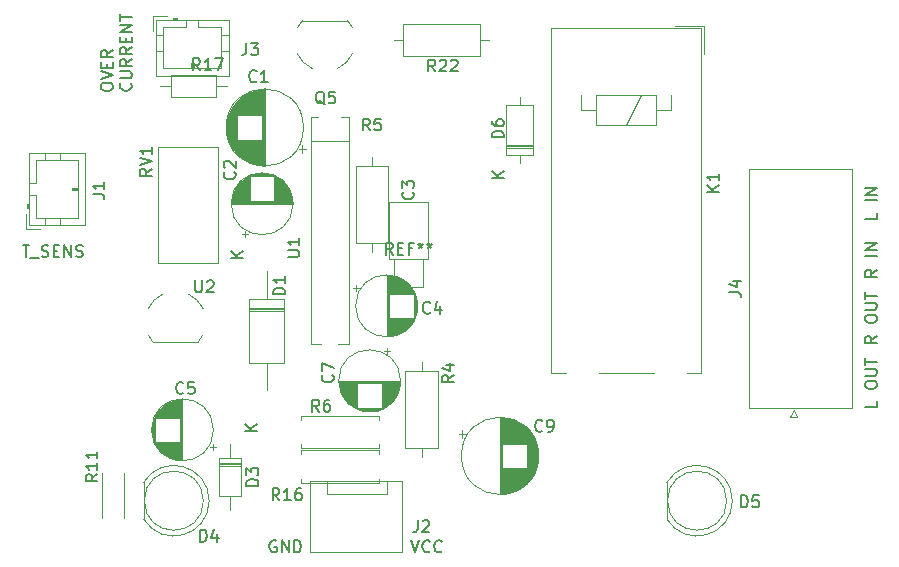
<source format=gbr>
%TF.GenerationSoftware,KiCad,Pcbnew,7.0.9*%
%TF.CreationDate,2023-11-29T12:49:05+01:00*%
%TF.ProjectId,Zabezpieczenie_UPC1237_2,5a616265-7a70-4696-9563-7a656e69655f,rev?*%
%TF.SameCoordinates,Original*%
%TF.FileFunction,Legend,Top*%
%TF.FilePolarity,Positive*%
%FSLAX46Y46*%
G04 Gerber Fmt 4.6, Leading zero omitted, Abs format (unit mm)*
G04 Created by KiCad (PCBNEW 7.0.9) date 2023-11-29 12:49:05*
%MOMM*%
%LPD*%
G01*
G04 APERTURE LIST*
%ADD10C,0.200000*%
%ADD11C,0.150000*%
%ADD12C,0.120000*%
G04 APERTURE END LIST*
D10*
X185767219Y-103558898D02*
X185291028Y-103892231D01*
X185767219Y-104130326D02*
X184767219Y-104130326D01*
X184767219Y-104130326D02*
X184767219Y-103749374D01*
X184767219Y-103749374D02*
X184814838Y-103654136D01*
X184814838Y-103654136D02*
X184862457Y-103606517D01*
X184862457Y-103606517D02*
X184957695Y-103558898D01*
X184957695Y-103558898D02*
X185100552Y-103558898D01*
X185100552Y-103558898D02*
X185195790Y-103606517D01*
X185195790Y-103606517D02*
X185243409Y-103654136D01*
X185243409Y-103654136D02*
X185291028Y-103749374D01*
X185291028Y-103749374D02*
X185291028Y-104130326D01*
X184767219Y-102177945D02*
X184767219Y-101987469D01*
X184767219Y-101987469D02*
X184814838Y-101892231D01*
X184814838Y-101892231D02*
X184910076Y-101796993D01*
X184910076Y-101796993D02*
X185100552Y-101749374D01*
X185100552Y-101749374D02*
X185433885Y-101749374D01*
X185433885Y-101749374D02*
X185624361Y-101796993D01*
X185624361Y-101796993D02*
X185719600Y-101892231D01*
X185719600Y-101892231D02*
X185767219Y-101987469D01*
X185767219Y-101987469D02*
X185767219Y-102177945D01*
X185767219Y-102177945D02*
X185719600Y-102273183D01*
X185719600Y-102273183D02*
X185624361Y-102368421D01*
X185624361Y-102368421D02*
X185433885Y-102416040D01*
X185433885Y-102416040D02*
X185100552Y-102416040D01*
X185100552Y-102416040D02*
X184910076Y-102368421D01*
X184910076Y-102368421D02*
X184814838Y-102273183D01*
X184814838Y-102273183D02*
X184767219Y-102177945D01*
X184767219Y-101320802D02*
X185576742Y-101320802D01*
X185576742Y-101320802D02*
X185671980Y-101273183D01*
X185671980Y-101273183D02*
X185719600Y-101225564D01*
X185719600Y-101225564D02*
X185767219Y-101130326D01*
X185767219Y-101130326D02*
X185767219Y-100939850D01*
X185767219Y-100939850D02*
X185719600Y-100844612D01*
X185719600Y-100844612D02*
X185671980Y-100796993D01*
X185671980Y-100796993D02*
X185576742Y-100749374D01*
X185576742Y-100749374D02*
X184767219Y-100749374D01*
X184767219Y-100416040D02*
X184767219Y-99844612D01*
X185767219Y-100130326D02*
X184767219Y-100130326D01*
X120057219Y-82539850D02*
X120057219Y-82349374D01*
X120057219Y-82349374D02*
X120104838Y-82254136D01*
X120104838Y-82254136D02*
X120200076Y-82158898D01*
X120200076Y-82158898D02*
X120390552Y-82111279D01*
X120390552Y-82111279D02*
X120723885Y-82111279D01*
X120723885Y-82111279D02*
X120914361Y-82158898D01*
X120914361Y-82158898D02*
X121009600Y-82254136D01*
X121009600Y-82254136D02*
X121057219Y-82349374D01*
X121057219Y-82349374D02*
X121057219Y-82539850D01*
X121057219Y-82539850D02*
X121009600Y-82635088D01*
X121009600Y-82635088D02*
X120914361Y-82730326D01*
X120914361Y-82730326D02*
X120723885Y-82777945D01*
X120723885Y-82777945D02*
X120390552Y-82777945D01*
X120390552Y-82777945D02*
X120200076Y-82730326D01*
X120200076Y-82730326D02*
X120104838Y-82635088D01*
X120104838Y-82635088D02*
X120057219Y-82539850D01*
X120057219Y-81825564D02*
X121057219Y-81492231D01*
X121057219Y-81492231D02*
X120057219Y-81158898D01*
X120533409Y-80825564D02*
X120533409Y-80492231D01*
X121057219Y-80349374D02*
X121057219Y-80825564D01*
X121057219Y-80825564D02*
X120057219Y-80825564D01*
X120057219Y-80825564D02*
X120057219Y-80349374D01*
X121057219Y-79349374D02*
X120581028Y-79682707D01*
X121057219Y-79920802D02*
X120057219Y-79920802D01*
X120057219Y-79920802D02*
X120057219Y-79539850D01*
X120057219Y-79539850D02*
X120104838Y-79444612D01*
X120104838Y-79444612D02*
X120152457Y-79396993D01*
X120152457Y-79396993D02*
X120247695Y-79349374D01*
X120247695Y-79349374D02*
X120390552Y-79349374D01*
X120390552Y-79349374D02*
X120485790Y-79396993D01*
X120485790Y-79396993D02*
X120533409Y-79444612D01*
X120533409Y-79444612D02*
X120581028Y-79539850D01*
X120581028Y-79539850D02*
X120581028Y-79920802D01*
X122571980Y-82158898D02*
X122619600Y-82206517D01*
X122619600Y-82206517D02*
X122667219Y-82349374D01*
X122667219Y-82349374D02*
X122667219Y-82444612D01*
X122667219Y-82444612D02*
X122619600Y-82587469D01*
X122619600Y-82587469D02*
X122524361Y-82682707D01*
X122524361Y-82682707D02*
X122429123Y-82730326D01*
X122429123Y-82730326D02*
X122238647Y-82777945D01*
X122238647Y-82777945D02*
X122095790Y-82777945D01*
X122095790Y-82777945D02*
X121905314Y-82730326D01*
X121905314Y-82730326D02*
X121810076Y-82682707D01*
X121810076Y-82682707D02*
X121714838Y-82587469D01*
X121714838Y-82587469D02*
X121667219Y-82444612D01*
X121667219Y-82444612D02*
X121667219Y-82349374D01*
X121667219Y-82349374D02*
X121714838Y-82206517D01*
X121714838Y-82206517D02*
X121762457Y-82158898D01*
X121667219Y-81730326D02*
X122476742Y-81730326D01*
X122476742Y-81730326D02*
X122571980Y-81682707D01*
X122571980Y-81682707D02*
X122619600Y-81635088D01*
X122619600Y-81635088D02*
X122667219Y-81539850D01*
X122667219Y-81539850D02*
X122667219Y-81349374D01*
X122667219Y-81349374D02*
X122619600Y-81254136D01*
X122619600Y-81254136D02*
X122571980Y-81206517D01*
X122571980Y-81206517D02*
X122476742Y-81158898D01*
X122476742Y-81158898D02*
X121667219Y-81158898D01*
X122667219Y-80111279D02*
X122191028Y-80444612D01*
X122667219Y-80682707D02*
X121667219Y-80682707D01*
X121667219Y-80682707D02*
X121667219Y-80301755D01*
X121667219Y-80301755D02*
X121714838Y-80206517D01*
X121714838Y-80206517D02*
X121762457Y-80158898D01*
X121762457Y-80158898D02*
X121857695Y-80111279D01*
X121857695Y-80111279D02*
X122000552Y-80111279D01*
X122000552Y-80111279D02*
X122095790Y-80158898D01*
X122095790Y-80158898D02*
X122143409Y-80206517D01*
X122143409Y-80206517D02*
X122191028Y-80301755D01*
X122191028Y-80301755D02*
X122191028Y-80682707D01*
X122667219Y-79111279D02*
X122191028Y-79444612D01*
X122667219Y-79682707D02*
X121667219Y-79682707D01*
X121667219Y-79682707D02*
X121667219Y-79301755D01*
X121667219Y-79301755D02*
X121714838Y-79206517D01*
X121714838Y-79206517D02*
X121762457Y-79158898D01*
X121762457Y-79158898D02*
X121857695Y-79111279D01*
X121857695Y-79111279D02*
X122000552Y-79111279D01*
X122000552Y-79111279D02*
X122095790Y-79158898D01*
X122095790Y-79158898D02*
X122143409Y-79206517D01*
X122143409Y-79206517D02*
X122191028Y-79301755D01*
X122191028Y-79301755D02*
X122191028Y-79682707D01*
X122143409Y-78682707D02*
X122143409Y-78349374D01*
X122667219Y-78206517D02*
X122667219Y-78682707D01*
X122667219Y-78682707D02*
X121667219Y-78682707D01*
X121667219Y-78682707D02*
X121667219Y-78206517D01*
X122667219Y-77777945D02*
X121667219Y-77777945D01*
X121667219Y-77777945D02*
X122667219Y-77206517D01*
X122667219Y-77206517D02*
X121667219Y-77206517D01*
X121667219Y-76873183D02*
X121667219Y-76301755D01*
X122667219Y-76587469D02*
X121667219Y-76587469D01*
X146326816Y-120867219D02*
X146660149Y-121867219D01*
X146660149Y-121867219D02*
X146993482Y-120867219D01*
X147898244Y-121771980D02*
X147850625Y-121819600D01*
X147850625Y-121819600D02*
X147707768Y-121867219D01*
X147707768Y-121867219D02*
X147612530Y-121867219D01*
X147612530Y-121867219D02*
X147469673Y-121819600D01*
X147469673Y-121819600D02*
X147374435Y-121724361D01*
X147374435Y-121724361D02*
X147326816Y-121629123D01*
X147326816Y-121629123D02*
X147279197Y-121438647D01*
X147279197Y-121438647D02*
X147279197Y-121295790D01*
X147279197Y-121295790D02*
X147326816Y-121105314D01*
X147326816Y-121105314D02*
X147374435Y-121010076D01*
X147374435Y-121010076D02*
X147469673Y-120914838D01*
X147469673Y-120914838D02*
X147612530Y-120867219D01*
X147612530Y-120867219D02*
X147707768Y-120867219D01*
X147707768Y-120867219D02*
X147850625Y-120914838D01*
X147850625Y-120914838D02*
X147898244Y-120962457D01*
X148898244Y-121771980D02*
X148850625Y-121819600D01*
X148850625Y-121819600D02*
X148707768Y-121867219D01*
X148707768Y-121867219D02*
X148612530Y-121867219D01*
X148612530Y-121867219D02*
X148469673Y-121819600D01*
X148469673Y-121819600D02*
X148374435Y-121724361D01*
X148374435Y-121724361D02*
X148326816Y-121629123D01*
X148326816Y-121629123D02*
X148279197Y-121438647D01*
X148279197Y-121438647D02*
X148279197Y-121295790D01*
X148279197Y-121295790D02*
X148326816Y-121105314D01*
X148326816Y-121105314D02*
X148374435Y-121010076D01*
X148374435Y-121010076D02*
X148469673Y-120914838D01*
X148469673Y-120914838D02*
X148612530Y-120867219D01*
X148612530Y-120867219D02*
X148707768Y-120867219D01*
X148707768Y-120867219D02*
X148850625Y-120914838D01*
X148850625Y-120914838D02*
X148898244Y-120962457D01*
X185767219Y-97958898D02*
X185291028Y-98292231D01*
X185767219Y-98530326D02*
X184767219Y-98530326D01*
X184767219Y-98530326D02*
X184767219Y-98149374D01*
X184767219Y-98149374D02*
X184814838Y-98054136D01*
X184814838Y-98054136D02*
X184862457Y-98006517D01*
X184862457Y-98006517D02*
X184957695Y-97958898D01*
X184957695Y-97958898D02*
X185100552Y-97958898D01*
X185100552Y-97958898D02*
X185195790Y-98006517D01*
X185195790Y-98006517D02*
X185243409Y-98054136D01*
X185243409Y-98054136D02*
X185291028Y-98149374D01*
X185291028Y-98149374D02*
X185291028Y-98530326D01*
X185767219Y-96768421D02*
X184767219Y-96768421D01*
X185767219Y-96292231D02*
X184767219Y-96292231D01*
X184767219Y-96292231D02*
X185767219Y-95720803D01*
X185767219Y-95720803D02*
X184767219Y-95720803D01*
X185767219Y-109054136D02*
X185767219Y-109530326D01*
X185767219Y-109530326D02*
X184767219Y-109530326D01*
X184767219Y-107768421D02*
X184767219Y-107577945D01*
X184767219Y-107577945D02*
X184814838Y-107482707D01*
X184814838Y-107482707D02*
X184910076Y-107387469D01*
X184910076Y-107387469D02*
X185100552Y-107339850D01*
X185100552Y-107339850D02*
X185433885Y-107339850D01*
X185433885Y-107339850D02*
X185624361Y-107387469D01*
X185624361Y-107387469D02*
X185719600Y-107482707D01*
X185719600Y-107482707D02*
X185767219Y-107577945D01*
X185767219Y-107577945D02*
X185767219Y-107768421D01*
X185767219Y-107768421D02*
X185719600Y-107863659D01*
X185719600Y-107863659D02*
X185624361Y-107958897D01*
X185624361Y-107958897D02*
X185433885Y-108006516D01*
X185433885Y-108006516D02*
X185100552Y-108006516D01*
X185100552Y-108006516D02*
X184910076Y-107958897D01*
X184910076Y-107958897D02*
X184814838Y-107863659D01*
X184814838Y-107863659D02*
X184767219Y-107768421D01*
X184767219Y-106911278D02*
X185576742Y-106911278D01*
X185576742Y-106911278D02*
X185671980Y-106863659D01*
X185671980Y-106863659D02*
X185719600Y-106816040D01*
X185719600Y-106816040D02*
X185767219Y-106720802D01*
X185767219Y-106720802D02*
X185767219Y-106530326D01*
X185767219Y-106530326D02*
X185719600Y-106435088D01*
X185719600Y-106435088D02*
X185671980Y-106387469D01*
X185671980Y-106387469D02*
X185576742Y-106339850D01*
X185576742Y-106339850D02*
X184767219Y-106339850D01*
X184767219Y-106006516D02*
X184767219Y-105435088D01*
X185767219Y-105720802D02*
X184767219Y-105720802D01*
X134893482Y-120914838D02*
X134798244Y-120867219D01*
X134798244Y-120867219D02*
X134655387Y-120867219D01*
X134655387Y-120867219D02*
X134512530Y-120914838D01*
X134512530Y-120914838D02*
X134417292Y-121010076D01*
X134417292Y-121010076D02*
X134369673Y-121105314D01*
X134369673Y-121105314D02*
X134322054Y-121295790D01*
X134322054Y-121295790D02*
X134322054Y-121438647D01*
X134322054Y-121438647D02*
X134369673Y-121629123D01*
X134369673Y-121629123D02*
X134417292Y-121724361D01*
X134417292Y-121724361D02*
X134512530Y-121819600D01*
X134512530Y-121819600D02*
X134655387Y-121867219D01*
X134655387Y-121867219D02*
X134750625Y-121867219D01*
X134750625Y-121867219D02*
X134893482Y-121819600D01*
X134893482Y-121819600D02*
X134941101Y-121771980D01*
X134941101Y-121771980D02*
X134941101Y-121438647D01*
X134941101Y-121438647D02*
X134750625Y-121438647D01*
X135369673Y-121867219D02*
X135369673Y-120867219D01*
X135369673Y-120867219D02*
X135941101Y-121867219D01*
X135941101Y-121867219D02*
X135941101Y-120867219D01*
X136417292Y-121867219D02*
X136417292Y-120867219D01*
X136417292Y-120867219D02*
X136655387Y-120867219D01*
X136655387Y-120867219D02*
X136798244Y-120914838D01*
X136798244Y-120914838D02*
X136893482Y-121010076D01*
X136893482Y-121010076D02*
X136941101Y-121105314D01*
X136941101Y-121105314D02*
X136988720Y-121295790D01*
X136988720Y-121295790D02*
X136988720Y-121438647D01*
X136988720Y-121438647D02*
X136941101Y-121629123D01*
X136941101Y-121629123D02*
X136893482Y-121724361D01*
X136893482Y-121724361D02*
X136798244Y-121819600D01*
X136798244Y-121819600D02*
X136655387Y-121867219D01*
X136655387Y-121867219D02*
X136417292Y-121867219D01*
X113426816Y-95867219D02*
X113998244Y-95867219D01*
X113712530Y-96867219D02*
X113712530Y-95867219D01*
X114093483Y-96962457D02*
X114855387Y-96962457D01*
X115045864Y-96819600D02*
X115188721Y-96867219D01*
X115188721Y-96867219D02*
X115426816Y-96867219D01*
X115426816Y-96867219D02*
X115522054Y-96819600D01*
X115522054Y-96819600D02*
X115569673Y-96771980D01*
X115569673Y-96771980D02*
X115617292Y-96676742D01*
X115617292Y-96676742D02*
X115617292Y-96581504D01*
X115617292Y-96581504D02*
X115569673Y-96486266D01*
X115569673Y-96486266D02*
X115522054Y-96438647D01*
X115522054Y-96438647D02*
X115426816Y-96391028D01*
X115426816Y-96391028D02*
X115236340Y-96343409D01*
X115236340Y-96343409D02*
X115141102Y-96295790D01*
X115141102Y-96295790D02*
X115093483Y-96248171D01*
X115093483Y-96248171D02*
X115045864Y-96152933D01*
X115045864Y-96152933D02*
X115045864Y-96057695D01*
X115045864Y-96057695D02*
X115093483Y-95962457D01*
X115093483Y-95962457D02*
X115141102Y-95914838D01*
X115141102Y-95914838D02*
X115236340Y-95867219D01*
X115236340Y-95867219D02*
X115474435Y-95867219D01*
X115474435Y-95867219D02*
X115617292Y-95914838D01*
X116045864Y-96343409D02*
X116379197Y-96343409D01*
X116522054Y-96867219D02*
X116045864Y-96867219D01*
X116045864Y-96867219D02*
X116045864Y-95867219D01*
X116045864Y-95867219D02*
X116522054Y-95867219D01*
X116950626Y-96867219D02*
X116950626Y-95867219D01*
X116950626Y-95867219D02*
X117522054Y-96867219D01*
X117522054Y-96867219D02*
X117522054Y-95867219D01*
X117950626Y-96819600D02*
X118093483Y-96867219D01*
X118093483Y-96867219D02*
X118331578Y-96867219D01*
X118331578Y-96867219D02*
X118426816Y-96819600D01*
X118426816Y-96819600D02*
X118474435Y-96771980D01*
X118474435Y-96771980D02*
X118522054Y-96676742D01*
X118522054Y-96676742D02*
X118522054Y-96581504D01*
X118522054Y-96581504D02*
X118474435Y-96486266D01*
X118474435Y-96486266D02*
X118426816Y-96438647D01*
X118426816Y-96438647D02*
X118331578Y-96391028D01*
X118331578Y-96391028D02*
X118141102Y-96343409D01*
X118141102Y-96343409D02*
X118045864Y-96295790D01*
X118045864Y-96295790D02*
X117998245Y-96248171D01*
X117998245Y-96248171D02*
X117950626Y-96152933D01*
X117950626Y-96152933D02*
X117950626Y-96057695D01*
X117950626Y-96057695D02*
X117998245Y-95962457D01*
X117998245Y-95962457D02*
X118045864Y-95914838D01*
X118045864Y-95914838D02*
X118141102Y-95867219D01*
X118141102Y-95867219D02*
X118379197Y-95867219D01*
X118379197Y-95867219D02*
X118522054Y-95914838D01*
X185767219Y-93154136D02*
X185767219Y-93630326D01*
X185767219Y-93630326D02*
X184767219Y-93630326D01*
X185767219Y-92058897D02*
X184767219Y-92058897D01*
X185767219Y-91582707D02*
X184767219Y-91582707D01*
X184767219Y-91582707D02*
X185767219Y-91011279D01*
X185767219Y-91011279D02*
X184767219Y-91011279D01*
D11*
X128447142Y-81054819D02*
X128113809Y-80578628D01*
X127875714Y-81054819D02*
X127875714Y-80054819D01*
X127875714Y-80054819D02*
X128256666Y-80054819D01*
X128256666Y-80054819D02*
X128351904Y-80102438D01*
X128351904Y-80102438D02*
X128399523Y-80150057D01*
X128399523Y-80150057D02*
X128447142Y-80245295D01*
X128447142Y-80245295D02*
X128447142Y-80388152D01*
X128447142Y-80388152D02*
X128399523Y-80483390D01*
X128399523Y-80483390D02*
X128351904Y-80531009D01*
X128351904Y-80531009D02*
X128256666Y-80578628D01*
X128256666Y-80578628D02*
X127875714Y-80578628D01*
X129399523Y-81054819D02*
X128828095Y-81054819D01*
X129113809Y-81054819D02*
X129113809Y-80054819D01*
X129113809Y-80054819D02*
X129018571Y-80197676D01*
X129018571Y-80197676D02*
X128923333Y-80292914D01*
X128923333Y-80292914D02*
X128828095Y-80340533D01*
X129732857Y-80054819D02*
X130399523Y-80054819D01*
X130399523Y-80054819D02*
X129970952Y-81054819D01*
X139004761Y-83950057D02*
X138909523Y-83902438D01*
X138909523Y-83902438D02*
X138814285Y-83807200D01*
X138814285Y-83807200D02*
X138671428Y-83664342D01*
X138671428Y-83664342D02*
X138576190Y-83616723D01*
X138576190Y-83616723D02*
X138480952Y-83616723D01*
X138528571Y-83854819D02*
X138433333Y-83807200D01*
X138433333Y-83807200D02*
X138338095Y-83711961D01*
X138338095Y-83711961D02*
X138290476Y-83521485D01*
X138290476Y-83521485D02*
X138290476Y-83188152D01*
X138290476Y-83188152D02*
X138338095Y-82997676D01*
X138338095Y-82997676D02*
X138433333Y-82902438D01*
X138433333Y-82902438D02*
X138528571Y-82854819D01*
X138528571Y-82854819D02*
X138719047Y-82854819D01*
X138719047Y-82854819D02*
X138814285Y-82902438D01*
X138814285Y-82902438D02*
X138909523Y-82997676D01*
X138909523Y-82997676D02*
X138957142Y-83188152D01*
X138957142Y-83188152D02*
X138957142Y-83521485D01*
X138957142Y-83521485D02*
X138909523Y-83711961D01*
X138909523Y-83711961D02*
X138814285Y-83807200D01*
X138814285Y-83807200D02*
X138719047Y-83854819D01*
X138719047Y-83854819D02*
X138528571Y-83854819D01*
X139861904Y-82854819D02*
X139385714Y-82854819D01*
X139385714Y-82854819D02*
X139338095Y-83331009D01*
X139338095Y-83331009D02*
X139385714Y-83283390D01*
X139385714Y-83283390D02*
X139480952Y-83235771D01*
X139480952Y-83235771D02*
X139719047Y-83235771D01*
X139719047Y-83235771D02*
X139814285Y-83283390D01*
X139814285Y-83283390D02*
X139861904Y-83331009D01*
X139861904Y-83331009D02*
X139909523Y-83426247D01*
X139909523Y-83426247D02*
X139909523Y-83664342D01*
X139909523Y-83664342D02*
X139861904Y-83759580D01*
X139861904Y-83759580D02*
X139814285Y-83807200D01*
X139814285Y-83807200D02*
X139719047Y-83854819D01*
X139719047Y-83854819D02*
X139480952Y-83854819D01*
X139480952Y-83854819D02*
X139385714Y-83807200D01*
X139385714Y-83807200D02*
X139338095Y-83759580D01*
X119354819Y-91533333D02*
X120069104Y-91533333D01*
X120069104Y-91533333D02*
X120211961Y-91580952D01*
X120211961Y-91580952D02*
X120307200Y-91676190D01*
X120307200Y-91676190D02*
X120354819Y-91819047D01*
X120354819Y-91819047D02*
X120354819Y-91914285D01*
X120354819Y-90533333D02*
X120354819Y-91104761D01*
X120354819Y-90819047D02*
X119354819Y-90819047D01*
X119354819Y-90819047D02*
X119497676Y-90914285D01*
X119497676Y-90914285D02*
X119592914Y-91009523D01*
X119592914Y-91009523D02*
X119640533Y-91104761D01*
X157433333Y-111559580D02*
X157385714Y-111607200D01*
X157385714Y-111607200D02*
X157242857Y-111654819D01*
X157242857Y-111654819D02*
X157147619Y-111654819D01*
X157147619Y-111654819D02*
X157004762Y-111607200D01*
X157004762Y-111607200D02*
X156909524Y-111511961D01*
X156909524Y-111511961D02*
X156861905Y-111416723D01*
X156861905Y-111416723D02*
X156814286Y-111226247D01*
X156814286Y-111226247D02*
X156814286Y-111083390D01*
X156814286Y-111083390D02*
X156861905Y-110892914D01*
X156861905Y-110892914D02*
X156909524Y-110797676D01*
X156909524Y-110797676D02*
X157004762Y-110702438D01*
X157004762Y-110702438D02*
X157147619Y-110654819D01*
X157147619Y-110654819D02*
X157242857Y-110654819D01*
X157242857Y-110654819D02*
X157385714Y-110702438D01*
X157385714Y-110702438D02*
X157433333Y-110750057D01*
X157909524Y-111654819D02*
X158100000Y-111654819D01*
X158100000Y-111654819D02*
X158195238Y-111607200D01*
X158195238Y-111607200D02*
X158242857Y-111559580D01*
X158242857Y-111559580D02*
X158338095Y-111416723D01*
X158338095Y-111416723D02*
X158385714Y-111226247D01*
X158385714Y-111226247D02*
X158385714Y-110845295D01*
X158385714Y-110845295D02*
X158338095Y-110750057D01*
X158338095Y-110750057D02*
X158290476Y-110702438D01*
X158290476Y-110702438D02*
X158195238Y-110654819D01*
X158195238Y-110654819D02*
X158004762Y-110654819D01*
X158004762Y-110654819D02*
X157909524Y-110702438D01*
X157909524Y-110702438D02*
X157861905Y-110750057D01*
X157861905Y-110750057D02*
X157814286Y-110845295D01*
X157814286Y-110845295D02*
X157814286Y-111083390D01*
X157814286Y-111083390D02*
X157861905Y-111178628D01*
X157861905Y-111178628D02*
X157909524Y-111226247D01*
X157909524Y-111226247D02*
X158004762Y-111273866D01*
X158004762Y-111273866D02*
X158195238Y-111273866D01*
X158195238Y-111273866D02*
X158290476Y-111226247D01*
X158290476Y-111226247D02*
X158338095Y-111178628D01*
X158338095Y-111178628D02*
X158385714Y-111083390D01*
X127033333Y-108359580D02*
X126985714Y-108407200D01*
X126985714Y-108407200D02*
X126842857Y-108454819D01*
X126842857Y-108454819D02*
X126747619Y-108454819D01*
X126747619Y-108454819D02*
X126604762Y-108407200D01*
X126604762Y-108407200D02*
X126509524Y-108311961D01*
X126509524Y-108311961D02*
X126461905Y-108216723D01*
X126461905Y-108216723D02*
X126414286Y-108026247D01*
X126414286Y-108026247D02*
X126414286Y-107883390D01*
X126414286Y-107883390D02*
X126461905Y-107692914D01*
X126461905Y-107692914D02*
X126509524Y-107597676D01*
X126509524Y-107597676D02*
X126604762Y-107502438D01*
X126604762Y-107502438D02*
X126747619Y-107454819D01*
X126747619Y-107454819D02*
X126842857Y-107454819D01*
X126842857Y-107454819D02*
X126985714Y-107502438D01*
X126985714Y-107502438D02*
X127033333Y-107550057D01*
X127938095Y-107454819D02*
X127461905Y-107454819D01*
X127461905Y-107454819D02*
X127414286Y-107931009D01*
X127414286Y-107931009D02*
X127461905Y-107883390D01*
X127461905Y-107883390D02*
X127557143Y-107835771D01*
X127557143Y-107835771D02*
X127795238Y-107835771D01*
X127795238Y-107835771D02*
X127890476Y-107883390D01*
X127890476Y-107883390D02*
X127938095Y-107931009D01*
X127938095Y-107931009D02*
X127985714Y-108026247D01*
X127985714Y-108026247D02*
X127985714Y-108264342D01*
X127985714Y-108264342D02*
X127938095Y-108359580D01*
X127938095Y-108359580D02*
X127890476Y-108407200D01*
X127890476Y-108407200D02*
X127795238Y-108454819D01*
X127795238Y-108454819D02*
X127557143Y-108454819D01*
X127557143Y-108454819D02*
X127461905Y-108407200D01*
X127461905Y-108407200D02*
X127414286Y-108359580D01*
X172354819Y-91338094D02*
X171354819Y-91338094D01*
X172354819Y-90766666D02*
X171783390Y-91195237D01*
X171354819Y-90766666D02*
X171926247Y-91338094D01*
X172354819Y-89814285D02*
X172354819Y-90385713D01*
X172354819Y-90099999D02*
X171354819Y-90099999D01*
X171354819Y-90099999D02*
X171497676Y-90195237D01*
X171497676Y-90195237D02*
X171592914Y-90290475D01*
X171592914Y-90290475D02*
X171640533Y-90385713D01*
X148357142Y-81154819D02*
X148023809Y-80678628D01*
X147785714Y-81154819D02*
X147785714Y-80154819D01*
X147785714Y-80154819D02*
X148166666Y-80154819D01*
X148166666Y-80154819D02*
X148261904Y-80202438D01*
X148261904Y-80202438D02*
X148309523Y-80250057D01*
X148309523Y-80250057D02*
X148357142Y-80345295D01*
X148357142Y-80345295D02*
X148357142Y-80488152D01*
X148357142Y-80488152D02*
X148309523Y-80583390D01*
X148309523Y-80583390D02*
X148261904Y-80631009D01*
X148261904Y-80631009D02*
X148166666Y-80678628D01*
X148166666Y-80678628D02*
X147785714Y-80678628D01*
X148738095Y-80250057D02*
X148785714Y-80202438D01*
X148785714Y-80202438D02*
X148880952Y-80154819D01*
X148880952Y-80154819D02*
X149119047Y-80154819D01*
X149119047Y-80154819D02*
X149214285Y-80202438D01*
X149214285Y-80202438D02*
X149261904Y-80250057D01*
X149261904Y-80250057D02*
X149309523Y-80345295D01*
X149309523Y-80345295D02*
X149309523Y-80440533D01*
X149309523Y-80440533D02*
X149261904Y-80583390D01*
X149261904Y-80583390D02*
X148690476Y-81154819D01*
X148690476Y-81154819D02*
X149309523Y-81154819D01*
X149690476Y-80250057D02*
X149738095Y-80202438D01*
X149738095Y-80202438D02*
X149833333Y-80154819D01*
X149833333Y-80154819D02*
X150071428Y-80154819D01*
X150071428Y-80154819D02*
X150166666Y-80202438D01*
X150166666Y-80202438D02*
X150214285Y-80250057D01*
X150214285Y-80250057D02*
X150261904Y-80345295D01*
X150261904Y-80345295D02*
X150261904Y-80440533D01*
X150261904Y-80440533D02*
X150214285Y-80583390D01*
X150214285Y-80583390D02*
X149642857Y-81154819D01*
X149642857Y-81154819D02*
X150261904Y-81154819D01*
X135854819Y-96861904D02*
X136664342Y-96861904D01*
X136664342Y-96861904D02*
X136759580Y-96814285D01*
X136759580Y-96814285D02*
X136807200Y-96766666D01*
X136807200Y-96766666D02*
X136854819Y-96671428D01*
X136854819Y-96671428D02*
X136854819Y-96480952D01*
X136854819Y-96480952D02*
X136807200Y-96385714D01*
X136807200Y-96385714D02*
X136759580Y-96338095D01*
X136759580Y-96338095D02*
X136664342Y-96290476D01*
X136664342Y-96290476D02*
X135854819Y-96290476D01*
X136854819Y-95290476D02*
X136854819Y-95861904D01*
X136854819Y-95576190D02*
X135854819Y-95576190D01*
X135854819Y-95576190D02*
X135997676Y-95671428D01*
X135997676Y-95671428D02*
X136092914Y-95766666D01*
X136092914Y-95766666D02*
X136140533Y-95861904D01*
X146459580Y-91366666D02*
X146507200Y-91414285D01*
X146507200Y-91414285D02*
X146554819Y-91557142D01*
X146554819Y-91557142D02*
X146554819Y-91652380D01*
X146554819Y-91652380D02*
X146507200Y-91795237D01*
X146507200Y-91795237D02*
X146411961Y-91890475D01*
X146411961Y-91890475D02*
X146316723Y-91938094D01*
X146316723Y-91938094D02*
X146126247Y-91985713D01*
X146126247Y-91985713D02*
X145983390Y-91985713D01*
X145983390Y-91985713D02*
X145792914Y-91938094D01*
X145792914Y-91938094D02*
X145697676Y-91890475D01*
X145697676Y-91890475D02*
X145602438Y-91795237D01*
X145602438Y-91795237D02*
X145554819Y-91652380D01*
X145554819Y-91652380D02*
X145554819Y-91557142D01*
X145554819Y-91557142D02*
X145602438Y-91414285D01*
X145602438Y-91414285D02*
X145650057Y-91366666D01*
X145554819Y-91033332D02*
X145554819Y-90414285D01*
X145554819Y-90414285D02*
X145935771Y-90747618D01*
X145935771Y-90747618D02*
X145935771Y-90604761D01*
X145935771Y-90604761D02*
X145983390Y-90509523D01*
X145983390Y-90509523D02*
X146031009Y-90461904D01*
X146031009Y-90461904D02*
X146126247Y-90414285D01*
X146126247Y-90414285D02*
X146364342Y-90414285D01*
X146364342Y-90414285D02*
X146459580Y-90461904D01*
X146459580Y-90461904D02*
X146507200Y-90509523D01*
X146507200Y-90509523D02*
X146554819Y-90604761D01*
X146554819Y-90604761D02*
X146554819Y-90890475D01*
X146554819Y-90890475D02*
X146507200Y-90985713D01*
X146507200Y-90985713D02*
X146459580Y-91033332D01*
X142833333Y-86154819D02*
X142500000Y-85678628D01*
X142261905Y-86154819D02*
X142261905Y-85154819D01*
X142261905Y-85154819D02*
X142642857Y-85154819D01*
X142642857Y-85154819D02*
X142738095Y-85202438D01*
X142738095Y-85202438D02*
X142785714Y-85250057D01*
X142785714Y-85250057D02*
X142833333Y-85345295D01*
X142833333Y-85345295D02*
X142833333Y-85488152D01*
X142833333Y-85488152D02*
X142785714Y-85583390D01*
X142785714Y-85583390D02*
X142738095Y-85631009D01*
X142738095Y-85631009D02*
X142642857Y-85678628D01*
X142642857Y-85678628D02*
X142261905Y-85678628D01*
X143738095Y-85154819D02*
X143261905Y-85154819D01*
X143261905Y-85154819D02*
X143214286Y-85631009D01*
X143214286Y-85631009D02*
X143261905Y-85583390D01*
X143261905Y-85583390D02*
X143357143Y-85535771D01*
X143357143Y-85535771D02*
X143595238Y-85535771D01*
X143595238Y-85535771D02*
X143690476Y-85583390D01*
X143690476Y-85583390D02*
X143738095Y-85631009D01*
X143738095Y-85631009D02*
X143785714Y-85726247D01*
X143785714Y-85726247D02*
X143785714Y-85964342D01*
X143785714Y-85964342D02*
X143738095Y-86059580D01*
X143738095Y-86059580D02*
X143690476Y-86107200D01*
X143690476Y-86107200D02*
X143595238Y-86154819D01*
X143595238Y-86154819D02*
X143357143Y-86154819D01*
X143357143Y-86154819D02*
X143261905Y-86107200D01*
X143261905Y-86107200D02*
X143214286Y-86059580D01*
X128038095Y-98854819D02*
X128038095Y-99664342D01*
X128038095Y-99664342D02*
X128085714Y-99759580D01*
X128085714Y-99759580D02*
X128133333Y-99807200D01*
X128133333Y-99807200D02*
X128228571Y-99854819D01*
X128228571Y-99854819D02*
X128419047Y-99854819D01*
X128419047Y-99854819D02*
X128514285Y-99807200D01*
X128514285Y-99807200D02*
X128561904Y-99759580D01*
X128561904Y-99759580D02*
X128609523Y-99664342D01*
X128609523Y-99664342D02*
X128609523Y-98854819D01*
X129038095Y-98950057D02*
X129085714Y-98902438D01*
X129085714Y-98902438D02*
X129180952Y-98854819D01*
X129180952Y-98854819D02*
X129419047Y-98854819D01*
X129419047Y-98854819D02*
X129514285Y-98902438D01*
X129514285Y-98902438D02*
X129561904Y-98950057D01*
X129561904Y-98950057D02*
X129609523Y-99045295D01*
X129609523Y-99045295D02*
X129609523Y-99140533D01*
X129609523Y-99140533D02*
X129561904Y-99283390D01*
X129561904Y-99283390D02*
X128990476Y-99854819D01*
X128990476Y-99854819D02*
X129609523Y-99854819D01*
X135654819Y-100038094D02*
X134654819Y-100038094D01*
X134654819Y-100038094D02*
X134654819Y-99799999D01*
X134654819Y-99799999D02*
X134702438Y-99657142D01*
X134702438Y-99657142D02*
X134797676Y-99561904D01*
X134797676Y-99561904D02*
X134892914Y-99514285D01*
X134892914Y-99514285D02*
X135083390Y-99466666D01*
X135083390Y-99466666D02*
X135226247Y-99466666D01*
X135226247Y-99466666D02*
X135416723Y-99514285D01*
X135416723Y-99514285D02*
X135511961Y-99561904D01*
X135511961Y-99561904D02*
X135607200Y-99657142D01*
X135607200Y-99657142D02*
X135654819Y-99799999D01*
X135654819Y-99799999D02*
X135654819Y-100038094D01*
X135654819Y-98514285D02*
X135654819Y-99085713D01*
X135654819Y-98799999D02*
X134654819Y-98799999D01*
X134654819Y-98799999D02*
X134797676Y-98895237D01*
X134797676Y-98895237D02*
X134892914Y-98990475D01*
X134892914Y-98990475D02*
X134940533Y-99085713D01*
X132054819Y-96961904D02*
X131054819Y-96961904D01*
X132054819Y-96390476D02*
X131483390Y-96819047D01*
X131054819Y-96390476D02*
X131626247Y-96961904D01*
X154154819Y-86738094D02*
X153154819Y-86738094D01*
X153154819Y-86738094D02*
X153154819Y-86499999D01*
X153154819Y-86499999D02*
X153202438Y-86357142D01*
X153202438Y-86357142D02*
X153297676Y-86261904D01*
X153297676Y-86261904D02*
X153392914Y-86214285D01*
X153392914Y-86214285D02*
X153583390Y-86166666D01*
X153583390Y-86166666D02*
X153726247Y-86166666D01*
X153726247Y-86166666D02*
X153916723Y-86214285D01*
X153916723Y-86214285D02*
X154011961Y-86261904D01*
X154011961Y-86261904D02*
X154107200Y-86357142D01*
X154107200Y-86357142D02*
X154154819Y-86499999D01*
X154154819Y-86499999D02*
X154154819Y-86738094D01*
X153154819Y-85309523D02*
X153154819Y-85499999D01*
X153154819Y-85499999D02*
X153202438Y-85595237D01*
X153202438Y-85595237D02*
X153250057Y-85642856D01*
X153250057Y-85642856D02*
X153392914Y-85738094D01*
X153392914Y-85738094D02*
X153583390Y-85785713D01*
X153583390Y-85785713D02*
X153964342Y-85785713D01*
X153964342Y-85785713D02*
X154059580Y-85738094D01*
X154059580Y-85738094D02*
X154107200Y-85690475D01*
X154107200Y-85690475D02*
X154154819Y-85595237D01*
X154154819Y-85595237D02*
X154154819Y-85404761D01*
X154154819Y-85404761D02*
X154107200Y-85309523D01*
X154107200Y-85309523D02*
X154059580Y-85261904D01*
X154059580Y-85261904D02*
X153964342Y-85214285D01*
X153964342Y-85214285D02*
X153726247Y-85214285D01*
X153726247Y-85214285D02*
X153631009Y-85261904D01*
X153631009Y-85261904D02*
X153583390Y-85309523D01*
X153583390Y-85309523D02*
X153535771Y-85404761D01*
X153535771Y-85404761D02*
X153535771Y-85595237D01*
X153535771Y-85595237D02*
X153583390Y-85690475D01*
X153583390Y-85690475D02*
X153631009Y-85738094D01*
X153631009Y-85738094D02*
X153726247Y-85785713D01*
X154154819Y-90171904D02*
X153154819Y-90171904D01*
X154154819Y-89600476D02*
X153583390Y-90029047D01*
X153154819Y-89600476D02*
X153726247Y-90171904D01*
X149954819Y-106866666D02*
X149478628Y-107199999D01*
X149954819Y-107438094D02*
X148954819Y-107438094D01*
X148954819Y-107438094D02*
X148954819Y-107057142D01*
X148954819Y-107057142D02*
X149002438Y-106961904D01*
X149002438Y-106961904D02*
X149050057Y-106914285D01*
X149050057Y-106914285D02*
X149145295Y-106866666D01*
X149145295Y-106866666D02*
X149288152Y-106866666D01*
X149288152Y-106866666D02*
X149383390Y-106914285D01*
X149383390Y-106914285D02*
X149431009Y-106961904D01*
X149431009Y-106961904D02*
X149478628Y-107057142D01*
X149478628Y-107057142D02*
X149478628Y-107438094D01*
X149288152Y-106009523D02*
X149954819Y-106009523D01*
X148907200Y-106247618D02*
X149621485Y-106485713D01*
X149621485Y-106485713D02*
X149621485Y-105866666D01*
X132366666Y-78754819D02*
X132366666Y-79469104D01*
X132366666Y-79469104D02*
X132319047Y-79611961D01*
X132319047Y-79611961D02*
X132223809Y-79707200D01*
X132223809Y-79707200D02*
X132080952Y-79754819D01*
X132080952Y-79754819D02*
X131985714Y-79754819D01*
X132747619Y-78754819D02*
X133366666Y-78754819D01*
X133366666Y-78754819D02*
X133033333Y-79135771D01*
X133033333Y-79135771D02*
X133176190Y-79135771D01*
X133176190Y-79135771D02*
X133271428Y-79183390D01*
X133271428Y-79183390D02*
X133319047Y-79231009D01*
X133319047Y-79231009D02*
X133366666Y-79326247D01*
X133366666Y-79326247D02*
X133366666Y-79564342D01*
X133366666Y-79564342D02*
X133319047Y-79659580D01*
X133319047Y-79659580D02*
X133271428Y-79707200D01*
X133271428Y-79707200D02*
X133176190Y-79754819D01*
X133176190Y-79754819D02*
X132890476Y-79754819D01*
X132890476Y-79754819D02*
X132795238Y-79707200D01*
X132795238Y-79707200D02*
X132747619Y-79659580D01*
X133233333Y-81959580D02*
X133185714Y-82007200D01*
X133185714Y-82007200D02*
X133042857Y-82054819D01*
X133042857Y-82054819D02*
X132947619Y-82054819D01*
X132947619Y-82054819D02*
X132804762Y-82007200D01*
X132804762Y-82007200D02*
X132709524Y-81911961D01*
X132709524Y-81911961D02*
X132661905Y-81816723D01*
X132661905Y-81816723D02*
X132614286Y-81626247D01*
X132614286Y-81626247D02*
X132614286Y-81483390D01*
X132614286Y-81483390D02*
X132661905Y-81292914D01*
X132661905Y-81292914D02*
X132709524Y-81197676D01*
X132709524Y-81197676D02*
X132804762Y-81102438D01*
X132804762Y-81102438D02*
X132947619Y-81054819D01*
X132947619Y-81054819D02*
X133042857Y-81054819D01*
X133042857Y-81054819D02*
X133185714Y-81102438D01*
X133185714Y-81102438D02*
X133233333Y-81150057D01*
X134185714Y-82054819D02*
X133614286Y-82054819D01*
X133900000Y-82054819D02*
X133900000Y-81054819D01*
X133900000Y-81054819D02*
X133804762Y-81197676D01*
X133804762Y-81197676D02*
X133709524Y-81292914D01*
X133709524Y-81292914D02*
X133614286Y-81340533D01*
X124354819Y-89395238D02*
X123878628Y-89728571D01*
X124354819Y-89966666D02*
X123354819Y-89966666D01*
X123354819Y-89966666D02*
X123354819Y-89585714D01*
X123354819Y-89585714D02*
X123402438Y-89490476D01*
X123402438Y-89490476D02*
X123450057Y-89442857D01*
X123450057Y-89442857D02*
X123545295Y-89395238D01*
X123545295Y-89395238D02*
X123688152Y-89395238D01*
X123688152Y-89395238D02*
X123783390Y-89442857D01*
X123783390Y-89442857D02*
X123831009Y-89490476D01*
X123831009Y-89490476D02*
X123878628Y-89585714D01*
X123878628Y-89585714D02*
X123878628Y-89966666D01*
X123354819Y-89109523D02*
X124354819Y-88776190D01*
X124354819Y-88776190D02*
X123354819Y-88442857D01*
X124354819Y-87585714D02*
X124354819Y-88157142D01*
X124354819Y-87871428D02*
X123354819Y-87871428D01*
X123354819Y-87871428D02*
X123497676Y-87966666D01*
X123497676Y-87966666D02*
X123592914Y-88061904D01*
X123592914Y-88061904D02*
X123640533Y-88157142D01*
X144766666Y-96656819D02*
X144433333Y-96180628D01*
X144195238Y-96656819D02*
X144195238Y-95656819D01*
X144195238Y-95656819D02*
X144576190Y-95656819D01*
X144576190Y-95656819D02*
X144671428Y-95704438D01*
X144671428Y-95704438D02*
X144719047Y-95752057D01*
X144719047Y-95752057D02*
X144766666Y-95847295D01*
X144766666Y-95847295D02*
X144766666Y-95990152D01*
X144766666Y-95990152D02*
X144719047Y-96085390D01*
X144719047Y-96085390D02*
X144671428Y-96133009D01*
X144671428Y-96133009D02*
X144576190Y-96180628D01*
X144576190Y-96180628D02*
X144195238Y-96180628D01*
X145195238Y-96133009D02*
X145528571Y-96133009D01*
X145671428Y-96656819D02*
X145195238Y-96656819D01*
X145195238Y-96656819D02*
X145195238Y-95656819D01*
X145195238Y-95656819D02*
X145671428Y-95656819D01*
X146433333Y-96133009D02*
X146100000Y-96133009D01*
X146100000Y-96656819D02*
X146100000Y-95656819D01*
X146100000Y-95656819D02*
X146576190Y-95656819D01*
X147100000Y-95656819D02*
X147100000Y-95894914D01*
X146861905Y-95799676D02*
X147100000Y-95894914D01*
X147100000Y-95894914D02*
X147338095Y-95799676D01*
X146957143Y-96085390D02*
X147100000Y-95894914D01*
X147100000Y-95894914D02*
X147242857Y-96085390D01*
X147861905Y-95656819D02*
X147861905Y-95894914D01*
X147623810Y-95799676D02*
X147861905Y-95894914D01*
X147861905Y-95894914D02*
X148100000Y-95799676D01*
X147719048Y-96085390D02*
X147861905Y-95894914D01*
X147861905Y-95894914D02*
X148004762Y-96085390D01*
X147933333Y-101559580D02*
X147885714Y-101607200D01*
X147885714Y-101607200D02*
X147742857Y-101654819D01*
X147742857Y-101654819D02*
X147647619Y-101654819D01*
X147647619Y-101654819D02*
X147504762Y-101607200D01*
X147504762Y-101607200D02*
X147409524Y-101511961D01*
X147409524Y-101511961D02*
X147361905Y-101416723D01*
X147361905Y-101416723D02*
X147314286Y-101226247D01*
X147314286Y-101226247D02*
X147314286Y-101083390D01*
X147314286Y-101083390D02*
X147361905Y-100892914D01*
X147361905Y-100892914D02*
X147409524Y-100797676D01*
X147409524Y-100797676D02*
X147504762Y-100702438D01*
X147504762Y-100702438D02*
X147647619Y-100654819D01*
X147647619Y-100654819D02*
X147742857Y-100654819D01*
X147742857Y-100654819D02*
X147885714Y-100702438D01*
X147885714Y-100702438D02*
X147933333Y-100750057D01*
X148790476Y-100988152D02*
X148790476Y-101654819D01*
X148552381Y-100607200D02*
X148314286Y-101321485D01*
X148314286Y-101321485D02*
X148933333Y-101321485D01*
X173254819Y-99833333D02*
X173969104Y-99833333D01*
X173969104Y-99833333D02*
X174111961Y-99880952D01*
X174111961Y-99880952D02*
X174207200Y-99976190D01*
X174207200Y-99976190D02*
X174254819Y-100119047D01*
X174254819Y-100119047D02*
X174254819Y-100214285D01*
X173588152Y-98928571D02*
X174254819Y-98928571D01*
X173207200Y-99166666D02*
X173921485Y-99404761D01*
X173921485Y-99404761D02*
X173921485Y-98785714D01*
X119754819Y-115242857D02*
X119278628Y-115576190D01*
X119754819Y-115814285D02*
X118754819Y-115814285D01*
X118754819Y-115814285D02*
X118754819Y-115433333D01*
X118754819Y-115433333D02*
X118802438Y-115338095D01*
X118802438Y-115338095D02*
X118850057Y-115290476D01*
X118850057Y-115290476D02*
X118945295Y-115242857D01*
X118945295Y-115242857D02*
X119088152Y-115242857D01*
X119088152Y-115242857D02*
X119183390Y-115290476D01*
X119183390Y-115290476D02*
X119231009Y-115338095D01*
X119231009Y-115338095D02*
X119278628Y-115433333D01*
X119278628Y-115433333D02*
X119278628Y-115814285D01*
X119754819Y-114290476D02*
X119754819Y-114861904D01*
X119754819Y-114576190D02*
X118754819Y-114576190D01*
X118754819Y-114576190D02*
X118897676Y-114671428D01*
X118897676Y-114671428D02*
X118992914Y-114766666D01*
X118992914Y-114766666D02*
X119040533Y-114861904D01*
X119754819Y-113338095D02*
X119754819Y-113909523D01*
X119754819Y-113623809D02*
X118754819Y-113623809D01*
X118754819Y-113623809D02*
X118897676Y-113719047D01*
X118897676Y-113719047D02*
X118992914Y-113814285D01*
X118992914Y-113814285D02*
X119040533Y-113909523D01*
X174261905Y-118054819D02*
X174261905Y-117054819D01*
X174261905Y-117054819D02*
X174500000Y-117054819D01*
X174500000Y-117054819D02*
X174642857Y-117102438D01*
X174642857Y-117102438D02*
X174738095Y-117197676D01*
X174738095Y-117197676D02*
X174785714Y-117292914D01*
X174785714Y-117292914D02*
X174833333Y-117483390D01*
X174833333Y-117483390D02*
X174833333Y-117626247D01*
X174833333Y-117626247D02*
X174785714Y-117816723D01*
X174785714Y-117816723D02*
X174738095Y-117911961D01*
X174738095Y-117911961D02*
X174642857Y-118007200D01*
X174642857Y-118007200D02*
X174500000Y-118054819D01*
X174500000Y-118054819D02*
X174261905Y-118054819D01*
X175738095Y-117054819D02*
X175261905Y-117054819D01*
X175261905Y-117054819D02*
X175214286Y-117531009D01*
X175214286Y-117531009D02*
X175261905Y-117483390D01*
X175261905Y-117483390D02*
X175357143Y-117435771D01*
X175357143Y-117435771D02*
X175595238Y-117435771D01*
X175595238Y-117435771D02*
X175690476Y-117483390D01*
X175690476Y-117483390D02*
X175738095Y-117531009D01*
X175738095Y-117531009D02*
X175785714Y-117626247D01*
X175785714Y-117626247D02*
X175785714Y-117864342D01*
X175785714Y-117864342D02*
X175738095Y-117959580D01*
X175738095Y-117959580D02*
X175690476Y-118007200D01*
X175690476Y-118007200D02*
X175595238Y-118054819D01*
X175595238Y-118054819D02*
X175357143Y-118054819D01*
X175357143Y-118054819D02*
X175261905Y-118007200D01*
X175261905Y-118007200D02*
X175214286Y-117959580D01*
X138533333Y-109954819D02*
X138200000Y-109478628D01*
X137961905Y-109954819D02*
X137961905Y-108954819D01*
X137961905Y-108954819D02*
X138342857Y-108954819D01*
X138342857Y-108954819D02*
X138438095Y-109002438D01*
X138438095Y-109002438D02*
X138485714Y-109050057D01*
X138485714Y-109050057D02*
X138533333Y-109145295D01*
X138533333Y-109145295D02*
X138533333Y-109288152D01*
X138533333Y-109288152D02*
X138485714Y-109383390D01*
X138485714Y-109383390D02*
X138438095Y-109431009D01*
X138438095Y-109431009D02*
X138342857Y-109478628D01*
X138342857Y-109478628D02*
X137961905Y-109478628D01*
X139390476Y-108954819D02*
X139200000Y-108954819D01*
X139200000Y-108954819D02*
X139104762Y-109002438D01*
X139104762Y-109002438D02*
X139057143Y-109050057D01*
X139057143Y-109050057D02*
X138961905Y-109192914D01*
X138961905Y-109192914D02*
X138914286Y-109383390D01*
X138914286Y-109383390D02*
X138914286Y-109764342D01*
X138914286Y-109764342D02*
X138961905Y-109859580D01*
X138961905Y-109859580D02*
X139009524Y-109907200D01*
X139009524Y-109907200D02*
X139104762Y-109954819D01*
X139104762Y-109954819D02*
X139295238Y-109954819D01*
X139295238Y-109954819D02*
X139390476Y-109907200D01*
X139390476Y-109907200D02*
X139438095Y-109859580D01*
X139438095Y-109859580D02*
X139485714Y-109764342D01*
X139485714Y-109764342D02*
X139485714Y-109526247D01*
X139485714Y-109526247D02*
X139438095Y-109431009D01*
X139438095Y-109431009D02*
X139390476Y-109383390D01*
X139390476Y-109383390D02*
X139295238Y-109335771D01*
X139295238Y-109335771D02*
X139104762Y-109335771D01*
X139104762Y-109335771D02*
X139009524Y-109383390D01*
X139009524Y-109383390D02*
X138961905Y-109431009D01*
X138961905Y-109431009D02*
X138914286Y-109526247D01*
X128461905Y-120954819D02*
X128461905Y-119954819D01*
X128461905Y-119954819D02*
X128700000Y-119954819D01*
X128700000Y-119954819D02*
X128842857Y-120002438D01*
X128842857Y-120002438D02*
X128938095Y-120097676D01*
X128938095Y-120097676D02*
X128985714Y-120192914D01*
X128985714Y-120192914D02*
X129033333Y-120383390D01*
X129033333Y-120383390D02*
X129033333Y-120526247D01*
X129033333Y-120526247D02*
X128985714Y-120716723D01*
X128985714Y-120716723D02*
X128938095Y-120811961D01*
X128938095Y-120811961D02*
X128842857Y-120907200D01*
X128842857Y-120907200D02*
X128700000Y-120954819D01*
X128700000Y-120954819D02*
X128461905Y-120954819D01*
X129890476Y-120288152D02*
X129890476Y-120954819D01*
X129652381Y-119907200D02*
X129414286Y-120621485D01*
X129414286Y-120621485D02*
X130033333Y-120621485D01*
X131359580Y-89671779D02*
X131407200Y-89719398D01*
X131407200Y-89719398D02*
X131454819Y-89862255D01*
X131454819Y-89862255D02*
X131454819Y-89957493D01*
X131454819Y-89957493D02*
X131407200Y-90100350D01*
X131407200Y-90100350D02*
X131311961Y-90195588D01*
X131311961Y-90195588D02*
X131216723Y-90243207D01*
X131216723Y-90243207D02*
X131026247Y-90290826D01*
X131026247Y-90290826D02*
X130883390Y-90290826D01*
X130883390Y-90290826D02*
X130692914Y-90243207D01*
X130692914Y-90243207D02*
X130597676Y-90195588D01*
X130597676Y-90195588D02*
X130502438Y-90100350D01*
X130502438Y-90100350D02*
X130454819Y-89957493D01*
X130454819Y-89957493D02*
X130454819Y-89862255D01*
X130454819Y-89862255D02*
X130502438Y-89719398D01*
X130502438Y-89719398D02*
X130550057Y-89671779D01*
X130550057Y-89290826D02*
X130502438Y-89243207D01*
X130502438Y-89243207D02*
X130454819Y-89147969D01*
X130454819Y-89147969D02*
X130454819Y-88909874D01*
X130454819Y-88909874D02*
X130502438Y-88814636D01*
X130502438Y-88814636D02*
X130550057Y-88767017D01*
X130550057Y-88767017D02*
X130645295Y-88719398D01*
X130645295Y-88719398D02*
X130740533Y-88719398D01*
X130740533Y-88719398D02*
X130883390Y-88767017D01*
X130883390Y-88767017D02*
X131454819Y-89338445D01*
X131454819Y-89338445D02*
X131454819Y-88719398D01*
X133374819Y-116233094D02*
X132374819Y-116233094D01*
X132374819Y-116233094D02*
X132374819Y-115994999D01*
X132374819Y-115994999D02*
X132422438Y-115852142D01*
X132422438Y-115852142D02*
X132517676Y-115756904D01*
X132517676Y-115756904D02*
X132612914Y-115709285D01*
X132612914Y-115709285D02*
X132803390Y-115661666D01*
X132803390Y-115661666D02*
X132946247Y-115661666D01*
X132946247Y-115661666D02*
X133136723Y-115709285D01*
X133136723Y-115709285D02*
X133231961Y-115756904D01*
X133231961Y-115756904D02*
X133327200Y-115852142D01*
X133327200Y-115852142D02*
X133374819Y-115994999D01*
X133374819Y-115994999D02*
X133374819Y-116233094D01*
X132374819Y-115328332D02*
X132374819Y-114709285D01*
X132374819Y-114709285D02*
X132755771Y-115042618D01*
X132755771Y-115042618D02*
X132755771Y-114899761D01*
X132755771Y-114899761D02*
X132803390Y-114804523D01*
X132803390Y-114804523D02*
X132851009Y-114756904D01*
X132851009Y-114756904D02*
X132946247Y-114709285D01*
X132946247Y-114709285D02*
X133184342Y-114709285D01*
X133184342Y-114709285D02*
X133279580Y-114756904D01*
X133279580Y-114756904D02*
X133327200Y-114804523D01*
X133327200Y-114804523D02*
X133374819Y-114899761D01*
X133374819Y-114899761D02*
X133374819Y-115185475D01*
X133374819Y-115185475D02*
X133327200Y-115280713D01*
X133327200Y-115280713D02*
X133279580Y-115328332D01*
X133254819Y-111561904D02*
X132254819Y-111561904D01*
X133254819Y-110990476D02*
X132683390Y-111419047D01*
X132254819Y-110990476D02*
X132826247Y-111561904D01*
X146866666Y-119154819D02*
X146866666Y-119869104D01*
X146866666Y-119869104D02*
X146819047Y-120011961D01*
X146819047Y-120011961D02*
X146723809Y-120107200D01*
X146723809Y-120107200D02*
X146580952Y-120154819D01*
X146580952Y-120154819D02*
X146485714Y-120154819D01*
X147295238Y-119250057D02*
X147342857Y-119202438D01*
X147342857Y-119202438D02*
X147438095Y-119154819D01*
X147438095Y-119154819D02*
X147676190Y-119154819D01*
X147676190Y-119154819D02*
X147771428Y-119202438D01*
X147771428Y-119202438D02*
X147819047Y-119250057D01*
X147819047Y-119250057D02*
X147866666Y-119345295D01*
X147866666Y-119345295D02*
X147866666Y-119440533D01*
X147866666Y-119440533D02*
X147819047Y-119583390D01*
X147819047Y-119583390D02*
X147247619Y-120154819D01*
X147247619Y-120154819D02*
X147866666Y-120154819D01*
X135157142Y-117454819D02*
X134823809Y-116978628D01*
X134585714Y-117454819D02*
X134585714Y-116454819D01*
X134585714Y-116454819D02*
X134966666Y-116454819D01*
X134966666Y-116454819D02*
X135061904Y-116502438D01*
X135061904Y-116502438D02*
X135109523Y-116550057D01*
X135109523Y-116550057D02*
X135157142Y-116645295D01*
X135157142Y-116645295D02*
X135157142Y-116788152D01*
X135157142Y-116788152D02*
X135109523Y-116883390D01*
X135109523Y-116883390D02*
X135061904Y-116931009D01*
X135061904Y-116931009D02*
X134966666Y-116978628D01*
X134966666Y-116978628D02*
X134585714Y-116978628D01*
X136109523Y-117454819D02*
X135538095Y-117454819D01*
X135823809Y-117454819D02*
X135823809Y-116454819D01*
X135823809Y-116454819D02*
X135728571Y-116597676D01*
X135728571Y-116597676D02*
X135633333Y-116692914D01*
X135633333Y-116692914D02*
X135538095Y-116740533D01*
X136966666Y-116454819D02*
X136776190Y-116454819D01*
X136776190Y-116454819D02*
X136680952Y-116502438D01*
X136680952Y-116502438D02*
X136633333Y-116550057D01*
X136633333Y-116550057D02*
X136538095Y-116692914D01*
X136538095Y-116692914D02*
X136490476Y-116883390D01*
X136490476Y-116883390D02*
X136490476Y-117264342D01*
X136490476Y-117264342D02*
X136538095Y-117359580D01*
X136538095Y-117359580D02*
X136585714Y-117407200D01*
X136585714Y-117407200D02*
X136680952Y-117454819D01*
X136680952Y-117454819D02*
X136871428Y-117454819D01*
X136871428Y-117454819D02*
X136966666Y-117407200D01*
X136966666Y-117407200D02*
X137014285Y-117359580D01*
X137014285Y-117359580D02*
X137061904Y-117264342D01*
X137061904Y-117264342D02*
X137061904Y-117026247D01*
X137061904Y-117026247D02*
X137014285Y-116931009D01*
X137014285Y-116931009D02*
X136966666Y-116883390D01*
X136966666Y-116883390D02*
X136871428Y-116835771D01*
X136871428Y-116835771D02*
X136680952Y-116835771D01*
X136680952Y-116835771D02*
X136585714Y-116883390D01*
X136585714Y-116883390D02*
X136538095Y-116931009D01*
X136538095Y-116931009D02*
X136490476Y-117026247D01*
X139659580Y-106866666D02*
X139707200Y-106914285D01*
X139707200Y-106914285D02*
X139754819Y-107057142D01*
X139754819Y-107057142D02*
X139754819Y-107152380D01*
X139754819Y-107152380D02*
X139707200Y-107295237D01*
X139707200Y-107295237D02*
X139611961Y-107390475D01*
X139611961Y-107390475D02*
X139516723Y-107438094D01*
X139516723Y-107438094D02*
X139326247Y-107485713D01*
X139326247Y-107485713D02*
X139183390Y-107485713D01*
X139183390Y-107485713D02*
X138992914Y-107438094D01*
X138992914Y-107438094D02*
X138897676Y-107390475D01*
X138897676Y-107390475D02*
X138802438Y-107295237D01*
X138802438Y-107295237D02*
X138754819Y-107152380D01*
X138754819Y-107152380D02*
X138754819Y-107057142D01*
X138754819Y-107057142D02*
X138802438Y-106914285D01*
X138802438Y-106914285D02*
X138850057Y-106866666D01*
X138754819Y-106533332D02*
X138754819Y-105866666D01*
X138754819Y-105866666D02*
X139754819Y-106295237D01*
D12*
%TO.C,R17*%
X129820000Y-83320000D02*
X129820000Y-81480000D01*
X129820000Y-81480000D02*
X125980000Y-81480000D01*
X125980000Y-83320000D02*
X129820000Y-83320000D01*
X130770000Y-82400000D02*
X129820000Y-82400000D01*
X125980000Y-81480000D02*
X125980000Y-83320000D01*
X125030000Y-82400000D02*
X125980000Y-82400000D01*
%TO.C,Q5*%
X140950000Y-76850000D02*
X137100000Y-76850000D01*
X140100000Y-80899999D02*
G75*
G03*
X141357774Y-79644786I-1090000J2349999D01*
G01*
X141332631Y-77427955D02*
G75*
G03*
X140950000Y-76850000I-2322631J-1122045D01*
G01*
X136673537Y-79639513D02*
G75*
G03*
X137950000Y-80900000I2336463J1089513D01*
G01*
X137100001Y-76850001D02*
G75*
G03*
X136707618Y-77437736I1909999J-1699999D01*
G01*
%TO.C,J1*%
X113690000Y-94460000D02*
X114940000Y-94460000D01*
X113990000Y-94160000D02*
X118710000Y-94160000D01*
X115300000Y-94160000D02*
X115300000Y-93550000D01*
X116600000Y-94160000D02*
X116600000Y-93550000D01*
X118710000Y-94160000D02*
X118710000Y-88040000D01*
X114600000Y-93550000D02*
X118100000Y-93550000D01*
X118100000Y-93550000D02*
X118100000Y-88650000D01*
X113690000Y-93210000D02*
X113690000Y-94460000D01*
X113790000Y-92700000D02*
X113990000Y-92700000D01*
X113790000Y-92400000D02*
X113790000Y-92700000D01*
X113890000Y-92400000D02*
X113890000Y-92700000D01*
X113990000Y-92400000D02*
X113790000Y-92400000D01*
X113990000Y-91600000D02*
X114600000Y-91600000D01*
X114600000Y-91600000D02*
X114600000Y-93550000D01*
X117600000Y-91200000D02*
X117600000Y-91000000D01*
X118100000Y-91200000D02*
X117600000Y-91200000D01*
X118100000Y-91100000D02*
X117600000Y-91100000D01*
X117600000Y-91000000D02*
X118100000Y-91000000D01*
X114600000Y-90600000D02*
X113990000Y-90600000D01*
X114600000Y-88650000D02*
X114600000Y-90600000D01*
X118100000Y-88650000D02*
X114600000Y-88650000D01*
X113990000Y-88040000D02*
X113990000Y-94160000D01*
X115300000Y-88040000D02*
X115300000Y-88650000D01*
X116600000Y-88040000D02*
X116600000Y-88650000D01*
X118710000Y-88040000D02*
X113990000Y-88040000D01*
%TO.C,C9*%
X150349759Y-111861000D02*
X150979759Y-111861000D01*
X150664759Y-111546000D02*
X150664759Y-112176000D01*
X153850000Y-110470000D02*
X153850000Y-116930000D01*
X153890000Y-110470000D02*
X153890000Y-116930000D01*
X153930000Y-110470000D02*
X153930000Y-116930000D01*
X153970000Y-110472000D02*
X153970000Y-116928000D01*
X154010000Y-110473000D02*
X154010000Y-116927000D01*
X154050000Y-110476000D02*
X154050000Y-116924000D01*
X154090000Y-110478000D02*
X154090000Y-112660000D01*
X154090000Y-114740000D02*
X154090000Y-116922000D01*
X154130000Y-110482000D02*
X154130000Y-112660000D01*
X154130000Y-114740000D02*
X154130000Y-116918000D01*
X154170000Y-110485000D02*
X154170000Y-112660000D01*
X154170000Y-114740000D02*
X154170000Y-116915000D01*
X154210000Y-110489000D02*
X154210000Y-112660000D01*
X154210000Y-114740000D02*
X154210000Y-116911000D01*
X154250000Y-110494000D02*
X154250000Y-112660000D01*
X154250000Y-114740000D02*
X154250000Y-116906000D01*
X154290000Y-110499000D02*
X154290000Y-112660000D01*
X154290000Y-114740000D02*
X154290000Y-116901000D01*
X154330000Y-110505000D02*
X154330000Y-112660000D01*
X154330000Y-114740000D02*
X154330000Y-116895000D01*
X154370000Y-110511000D02*
X154370000Y-112660000D01*
X154370000Y-114740000D02*
X154370000Y-116889000D01*
X154410000Y-110518000D02*
X154410000Y-112660000D01*
X154410000Y-114740000D02*
X154410000Y-116882000D01*
X154450000Y-110525000D02*
X154450000Y-112660000D01*
X154450000Y-114740000D02*
X154450000Y-116875000D01*
X154490000Y-110533000D02*
X154490000Y-112660000D01*
X154490000Y-114740000D02*
X154490000Y-116867000D01*
X154530000Y-110541000D02*
X154530000Y-112660000D01*
X154530000Y-114740000D02*
X154530000Y-116859000D01*
X154571000Y-110550000D02*
X154571000Y-112660000D01*
X154571000Y-114740000D02*
X154571000Y-116850000D01*
X154611000Y-110559000D02*
X154611000Y-112660000D01*
X154611000Y-114740000D02*
X154611000Y-116841000D01*
X154651000Y-110569000D02*
X154651000Y-112660000D01*
X154651000Y-114740000D02*
X154651000Y-116831000D01*
X154691000Y-110579000D02*
X154691000Y-112660000D01*
X154691000Y-114740000D02*
X154691000Y-116821000D01*
X154731000Y-110590000D02*
X154731000Y-112660000D01*
X154731000Y-114740000D02*
X154731000Y-116810000D01*
X154771000Y-110602000D02*
X154771000Y-112660000D01*
X154771000Y-114740000D02*
X154771000Y-116798000D01*
X154811000Y-110614000D02*
X154811000Y-112660000D01*
X154811000Y-114740000D02*
X154811000Y-116786000D01*
X154851000Y-110626000D02*
X154851000Y-112660000D01*
X154851000Y-114740000D02*
X154851000Y-116774000D01*
X154891000Y-110639000D02*
X154891000Y-112660000D01*
X154891000Y-114740000D02*
X154891000Y-116761000D01*
X154931000Y-110653000D02*
X154931000Y-112660000D01*
X154931000Y-114740000D02*
X154931000Y-116747000D01*
X154971000Y-110667000D02*
X154971000Y-112660000D01*
X154971000Y-114740000D02*
X154971000Y-116733000D01*
X155011000Y-110682000D02*
X155011000Y-112660000D01*
X155011000Y-114740000D02*
X155011000Y-116718000D01*
X155051000Y-110698000D02*
X155051000Y-112660000D01*
X155051000Y-114740000D02*
X155051000Y-116702000D01*
X155091000Y-110714000D02*
X155091000Y-112660000D01*
X155091000Y-114740000D02*
X155091000Y-116686000D01*
X155131000Y-110730000D02*
X155131000Y-112660000D01*
X155131000Y-114740000D02*
X155131000Y-116670000D01*
X155171000Y-110748000D02*
X155171000Y-112660000D01*
X155171000Y-114740000D02*
X155171000Y-116652000D01*
X155211000Y-110766000D02*
X155211000Y-112660000D01*
X155211000Y-114740000D02*
X155211000Y-116634000D01*
X155251000Y-110784000D02*
X155251000Y-112660000D01*
X155251000Y-114740000D02*
X155251000Y-116616000D01*
X155291000Y-110804000D02*
X155291000Y-112660000D01*
X155291000Y-114740000D02*
X155291000Y-116596000D01*
X155331000Y-110824000D02*
X155331000Y-112660000D01*
X155331000Y-114740000D02*
X155331000Y-116576000D01*
X155371000Y-110844000D02*
X155371000Y-112660000D01*
X155371000Y-114740000D02*
X155371000Y-116556000D01*
X155411000Y-110866000D02*
X155411000Y-112660000D01*
X155411000Y-114740000D02*
X155411000Y-116534000D01*
X155451000Y-110888000D02*
X155451000Y-112660000D01*
X155451000Y-114740000D02*
X155451000Y-116512000D01*
X155491000Y-110910000D02*
X155491000Y-112660000D01*
X155491000Y-114740000D02*
X155491000Y-116490000D01*
X155531000Y-110934000D02*
X155531000Y-112660000D01*
X155531000Y-114740000D02*
X155531000Y-116466000D01*
X155571000Y-110958000D02*
X155571000Y-112660000D01*
X155571000Y-114740000D02*
X155571000Y-116442000D01*
X155611000Y-110984000D02*
X155611000Y-112660000D01*
X155611000Y-114740000D02*
X155611000Y-116416000D01*
X155651000Y-111010000D02*
X155651000Y-112660000D01*
X155651000Y-114740000D02*
X155651000Y-116390000D01*
X155691000Y-111036000D02*
X155691000Y-112660000D01*
X155691000Y-114740000D02*
X155691000Y-116364000D01*
X155731000Y-111064000D02*
X155731000Y-112660000D01*
X155731000Y-114740000D02*
X155731000Y-116336000D01*
X155771000Y-111093000D02*
X155771000Y-112660000D01*
X155771000Y-114740000D02*
X155771000Y-116307000D01*
X155811000Y-111122000D02*
X155811000Y-112660000D01*
X155811000Y-114740000D02*
X155811000Y-116278000D01*
X155851000Y-111152000D02*
X155851000Y-112660000D01*
X155851000Y-114740000D02*
X155851000Y-116248000D01*
X155891000Y-111184000D02*
X155891000Y-112660000D01*
X155891000Y-114740000D02*
X155891000Y-116216000D01*
X155931000Y-111216000D02*
X155931000Y-112660000D01*
X155931000Y-114740000D02*
X155931000Y-116184000D01*
X155971000Y-111250000D02*
X155971000Y-112660000D01*
X155971000Y-114740000D02*
X155971000Y-116150000D01*
X156011000Y-111284000D02*
X156011000Y-112660000D01*
X156011000Y-114740000D02*
X156011000Y-116116000D01*
X156051000Y-111320000D02*
X156051000Y-112660000D01*
X156051000Y-114740000D02*
X156051000Y-116080000D01*
X156091000Y-111357000D02*
X156091000Y-112660000D01*
X156091000Y-114740000D02*
X156091000Y-116043000D01*
X156131000Y-111395000D02*
X156131000Y-112660000D01*
X156131000Y-114740000D02*
X156131000Y-116005000D01*
X156171000Y-111435000D02*
X156171000Y-115965000D01*
X156211000Y-111476000D02*
X156211000Y-115924000D01*
X156251000Y-111518000D02*
X156251000Y-115882000D01*
X156291000Y-111563000D02*
X156291000Y-115837000D01*
X156331000Y-111608000D02*
X156331000Y-115792000D01*
X156371000Y-111656000D02*
X156371000Y-115744000D01*
X156411000Y-111705000D02*
X156411000Y-115695000D01*
X156451000Y-111756000D02*
X156451000Y-115644000D01*
X156491000Y-111810000D02*
X156491000Y-115590000D01*
X156531000Y-111866000D02*
X156531000Y-115534000D01*
X156571000Y-111924000D02*
X156571000Y-115476000D01*
X156611000Y-111986000D02*
X156611000Y-115414000D01*
X156651000Y-112050000D02*
X156651000Y-115350000D01*
X156691000Y-112119000D02*
X156691000Y-115281000D01*
X156731000Y-112191000D02*
X156731000Y-115209000D01*
X156771000Y-112268000D02*
X156771000Y-115132000D01*
X156811000Y-112350000D02*
X156811000Y-115050000D01*
X156851000Y-112438000D02*
X156851000Y-114962000D01*
X156891000Y-112535000D02*
X156891000Y-114865000D01*
X156931000Y-112641000D02*
X156931000Y-114759000D01*
X156971000Y-112760000D02*
X156971000Y-114640000D01*
X157011000Y-112898000D02*
X157011000Y-114502000D01*
X157051000Y-113067000D02*
X157051000Y-114333000D01*
X157091000Y-113298000D02*
X157091000Y-114102000D01*
X157120000Y-113700000D02*
G75*
G03*
X157120000Y-113700000I-3270000J0D01*
G01*
%TO.C,C5*%
X129759888Y-112975000D02*
X129259888Y-112975000D01*
X129509888Y-113225000D02*
X129509888Y-112725000D01*
X126955113Y-114080000D02*
X126955113Y-108920000D01*
X126915113Y-114080000D02*
X126915113Y-108920000D01*
X126875113Y-114079000D02*
X126875113Y-108921000D01*
X126835113Y-114078000D02*
X126835113Y-108922000D01*
X126795113Y-114076000D02*
X126795113Y-108924000D01*
X126755113Y-114073000D02*
X126755113Y-108927000D01*
X126715113Y-114069000D02*
X126715113Y-112540000D01*
X126715113Y-110460000D02*
X126715113Y-108931000D01*
X126675113Y-114065000D02*
X126675113Y-112540000D01*
X126675113Y-110460000D02*
X126675113Y-108935000D01*
X126635113Y-114061000D02*
X126635113Y-112540000D01*
X126635113Y-110460000D02*
X126635113Y-108939000D01*
X126595113Y-114056000D02*
X126595113Y-112540000D01*
X126595113Y-110460000D02*
X126595113Y-108944000D01*
X126555113Y-114050000D02*
X126555113Y-112540000D01*
X126555113Y-110460000D02*
X126555113Y-108950000D01*
X126515113Y-114043000D02*
X126515113Y-112540000D01*
X126515113Y-110460000D02*
X126515113Y-108957000D01*
X126475113Y-114036000D02*
X126475113Y-112540000D01*
X126475113Y-110460000D02*
X126475113Y-108964000D01*
X126435113Y-114028000D02*
X126435113Y-112540000D01*
X126435113Y-110460000D02*
X126435113Y-108972000D01*
X126395113Y-114020000D02*
X126395113Y-112540000D01*
X126395113Y-110460000D02*
X126395113Y-108980000D01*
X126355113Y-114011000D02*
X126355113Y-112540000D01*
X126355113Y-110460000D02*
X126355113Y-108989000D01*
X126315113Y-114001000D02*
X126315113Y-112540000D01*
X126315113Y-110460000D02*
X126315113Y-108999000D01*
X126275113Y-113991000D02*
X126275113Y-112540000D01*
X126275113Y-110460000D02*
X126275113Y-109009000D01*
X126234113Y-113980000D02*
X126234113Y-112540000D01*
X126234113Y-110460000D02*
X126234113Y-109020000D01*
X126194113Y-113968000D02*
X126194113Y-112540000D01*
X126194113Y-110460000D02*
X126194113Y-109032000D01*
X126154113Y-113955000D02*
X126154113Y-112540000D01*
X126154113Y-110460000D02*
X126154113Y-109045000D01*
X126114113Y-113942000D02*
X126114113Y-112540000D01*
X126114113Y-110460000D02*
X126114113Y-109058000D01*
X126074113Y-113928000D02*
X126074113Y-112540000D01*
X126074113Y-110460000D02*
X126074113Y-109072000D01*
X126034113Y-113914000D02*
X126034113Y-112540000D01*
X126034113Y-110460000D02*
X126034113Y-109086000D01*
X125994113Y-113898000D02*
X125994113Y-112540000D01*
X125994113Y-110460000D02*
X125994113Y-109102000D01*
X125954113Y-113882000D02*
X125954113Y-112540000D01*
X125954113Y-110460000D02*
X125954113Y-109118000D01*
X125914113Y-113865000D02*
X125914113Y-112540000D01*
X125914113Y-110460000D02*
X125914113Y-109135000D01*
X125874113Y-113848000D02*
X125874113Y-112540000D01*
X125874113Y-110460000D02*
X125874113Y-109152000D01*
X125834113Y-113829000D02*
X125834113Y-112540000D01*
X125834113Y-110460000D02*
X125834113Y-109171000D01*
X125794113Y-113810000D02*
X125794113Y-112540000D01*
X125794113Y-110460000D02*
X125794113Y-109190000D01*
X125754113Y-113790000D02*
X125754113Y-112540000D01*
X125754113Y-110460000D02*
X125754113Y-109210000D01*
X125714113Y-113768000D02*
X125714113Y-112540000D01*
X125714113Y-110460000D02*
X125714113Y-109232000D01*
X125674113Y-113747000D02*
X125674113Y-112540000D01*
X125674113Y-110460000D02*
X125674113Y-109253000D01*
X125634113Y-113724000D02*
X125634113Y-112540000D01*
X125634113Y-110460000D02*
X125634113Y-109276000D01*
X125594113Y-113700000D02*
X125594113Y-112540000D01*
X125594113Y-110460000D02*
X125594113Y-109300000D01*
X125554113Y-113675000D02*
X125554113Y-112540000D01*
X125554113Y-110460000D02*
X125554113Y-109325000D01*
X125514113Y-113649000D02*
X125514113Y-112540000D01*
X125514113Y-110460000D02*
X125514113Y-109351000D01*
X125474113Y-113622000D02*
X125474113Y-112540000D01*
X125474113Y-110460000D02*
X125474113Y-109378000D01*
X125434113Y-113595000D02*
X125434113Y-112540000D01*
X125434113Y-110460000D02*
X125434113Y-109405000D01*
X125394113Y-113565000D02*
X125394113Y-112540000D01*
X125394113Y-110460000D02*
X125394113Y-109435000D01*
X125354113Y-113535000D02*
X125354113Y-112540000D01*
X125354113Y-110460000D02*
X125354113Y-109465000D01*
X125314113Y-113504000D02*
X125314113Y-112540000D01*
X125314113Y-110460000D02*
X125314113Y-109496000D01*
X125274113Y-113471000D02*
X125274113Y-112540000D01*
X125274113Y-110460000D02*
X125274113Y-109529000D01*
X125234113Y-113437000D02*
X125234113Y-112540000D01*
X125234113Y-110460000D02*
X125234113Y-109563000D01*
X125194113Y-113401000D02*
X125194113Y-112540000D01*
X125194113Y-110460000D02*
X125194113Y-109599000D01*
X125154113Y-113364000D02*
X125154113Y-112540000D01*
X125154113Y-110460000D02*
X125154113Y-109636000D01*
X125114113Y-113326000D02*
X125114113Y-112540000D01*
X125114113Y-110460000D02*
X125114113Y-109674000D01*
X125074113Y-113285000D02*
X125074113Y-112540000D01*
X125074113Y-110460000D02*
X125074113Y-109715000D01*
X125034113Y-113243000D02*
X125034113Y-112540000D01*
X125034113Y-110460000D02*
X125034113Y-109757000D01*
X124994113Y-113199000D02*
X124994113Y-112540000D01*
X124994113Y-110460000D02*
X124994113Y-109801000D01*
X124954113Y-113153000D02*
X124954113Y-112540000D01*
X124954113Y-110460000D02*
X124954113Y-109847000D01*
X124914113Y-113105000D02*
X124914113Y-112540000D01*
X124914113Y-110460000D02*
X124914113Y-109895000D01*
X124874113Y-113054000D02*
X124874113Y-112540000D01*
X124874113Y-110460000D02*
X124874113Y-109946000D01*
X124834113Y-113000000D02*
X124834113Y-112540000D01*
X124834113Y-110460000D02*
X124834113Y-110000000D01*
X124794113Y-112943000D02*
X124794113Y-112540000D01*
X124794113Y-110460000D02*
X124794113Y-110057000D01*
X124754113Y-112883000D02*
X124754113Y-112540000D01*
X124754113Y-110460000D02*
X124754113Y-110117000D01*
X124714113Y-112819000D02*
X124714113Y-112540000D01*
X124714113Y-110460000D02*
X124714113Y-110181000D01*
X124674113Y-112751000D02*
X124674113Y-112540000D01*
X124674113Y-110460000D02*
X124674113Y-110249000D01*
X124634113Y-112678000D02*
X124634113Y-110322000D01*
X124594113Y-112598000D02*
X124594113Y-110402000D01*
X124554113Y-112511000D02*
X124554113Y-110489000D01*
X124514113Y-112415000D02*
X124514113Y-110585000D01*
X124474113Y-112305000D02*
X124474113Y-110695000D01*
X124434113Y-112177000D02*
X124434113Y-110823000D01*
X124394113Y-112018000D02*
X124394113Y-110982000D01*
X124354113Y-111784000D02*
X124354113Y-111216000D01*
X129575113Y-111500000D02*
G75*
G03*
X129575113Y-111500000I-2620000J0D01*
G01*
%TO.C,K1*%
X168700000Y-77300000D02*
X171100000Y-77300000D01*
X170900000Y-77500000D02*
X170900000Y-106700000D01*
X158200000Y-77500000D02*
X170900000Y-77500000D01*
X171100000Y-79700000D02*
X171100000Y-77300000D01*
X168300000Y-83140000D02*
X168300000Y-84410000D01*
X167030000Y-83140000D02*
X167030000Y-84410000D01*
X165760000Y-83140000D02*
X164490000Y-85680000D01*
X161950000Y-83140000D02*
X167030000Y-83140000D01*
X168300000Y-84410000D02*
X167030000Y-84410000D01*
X167030000Y-84410000D02*
X167030000Y-85680000D01*
X161950000Y-84410000D02*
X160680000Y-84410000D01*
X160680000Y-84410000D02*
X160680000Y-83140000D01*
X167030000Y-85680000D02*
X161950000Y-85680000D01*
X161950000Y-85680000D02*
X161950000Y-83140000D01*
X170900000Y-106700000D02*
X169700000Y-106700000D01*
X166900000Y-106700000D02*
X162200000Y-106700000D01*
X159400000Y-106700000D02*
X158200000Y-106700000D01*
X158200000Y-106700000D02*
X158200000Y-77500000D01*
%TO.C,R22*%
X144860000Y-78500000D02*
X145630000Y-78500000D01*
X145630000Y-77130000D02*
X145630000Y-79870000D01*
X145630000Y-79870000D02*
X152170000Y-79870000D01*
X152170000Y-77130000D02*
X145630000Y-77130000D01*
X152170000Y-79870000D02*
X152170000Y-77130000D01*
X152940000Y-78500000D02*
X152170000Y-78500000D01*
%TO.C,U1*%
X141050000Y-85030000D02*
X140400000Y-85030000D01*
X137810000Y-85030000D02*
X138400000Y-85030000D01*
X137810000Y-87030000D02*
X141050000Y-87030000D01*
X141050000Y-104270000D02*
X141050000Y-85030000D01*
X141050000Y-104270000D02*
X140100000Y-104270000D01*
X137810000Y-104270000D02*
X137810000Y-85030000D01*
X137810000Y-104270000D02*
X138700000Y-104270000D01*
%TO.C,C3*%
X147720000Y-92180000D02*
X144480000Y-92180000D01*
X147720000Y-92180000D02*
X147720000Y-97020000D01*
X144480000Y-92180000D02*
X144480000Y-97020000D01*
X147720000Y-97020000D02*
X144480000Y-97020000D01*
%TO.C,R5*%
X143000000Y-96440000D02*
X143000000Y-95670000D01*
X141630000Y-95670000D02*
X144370000Y-95670000D01*
X144370000Y-95670000D02*
X144370000Y-89130000D01*
X141630000Y-89130000D02*
X141630000Y-95670000D01*
X144370000Y-89130000D02*
X141630000Y-89130000D01*
X143000000Y-88360000D02*
X143000000Y-89130000D01*
%TO.C,U2*%
X124450000Y-104050000D02*
X128300000Y-104050000D01*
X125300000Y-100000001D02*
G75*
G03*
X124042226Y-101255214I1090000J-2349999D01*
G01*
X124067369Y-103472045D02*
G75*
G03*
X124450000Y-104050000I2322631J1122045D01*
G01*
X128726463Y-101260487D02*
G75*
G03*
X127450000Y-100000000I-2336463J-1089513D01*
G01*
X128299999Y-104049999D02*
G75*
G03*
X128692382Y-103462264I-1909999J1699999D01*
G01*
%TO.C,D1*%
X134100000Y-98090000D02*
X134100000Y-100380000D01*
X135570000Y-100380000D02*
X132630000Y-100380000D01*
X132630000Y-100380000D02*
X132630000Y-105820000D01*
X135570000Y-101160000D02*
X132630000Y-101160000D01*
X135570000Y-101280000D02*
X132630000Y-101280000D01*
X135570000Y-101400000D02*
X132630000Y-101400000D01*
X135570000Y-105820000D02*
X135570000Y-100380000D01*
X132630000Y-105820000D02*
X135570000Y-105820000D01*
X134100000Y-108110000D02*
X134100000Y-105820000D01*
%TO.C,D6*%
X155500000Y-88870000D02*
X155500000Y-88220000D01*
X154380000Y-88220000D02*
X156620000Y-88220000D01*
X156620000Y-88220000D02*
X156620000Y-83980000D01*
X154380000Y-87620000D02*
X156620000Y-87620000D01*
X154380000Y-87500000D02*
X156620000Y-87500000D01*
X154380000Y-87380000D02*
X156620000Y-87380000D01*
X154380000Y-83980000D02*
X154380000Y-88220000D01*
X156620000Y-83980000D02*
X154380000Y-83980000D01*
X155500000Y-83330000D02*
X155500000Y-83980000D01*
%TO.C,R4*%
X147200000Y-113840000D02*
X147200000Y-113070000D01*
X145830000Y-113070000D02*
X148570000Y-113070000D01*
X148570000Y-113070000D02*
X148570000Y-106530000D01*
X145830000Y-106530000D02*
X145830000Y-113070000D01*
X148570000Y-106530000D02*
X145830000Y-106530000D01*
X147200000Y-105760000D02*
X147200000Y-106530000D01*
%TO.C,J3*%
X124440000Y-76490000D02*
X124440000Y-77740000D01*
X124740000Y-76790000D02*
X124740000Y-81510000D01*
X124740000Y-78100000D02*
X125350000Y-78100000D01*
X124740000Y-79400000D02*
X125350000Y-79400000D01*
X124740000Y-81510000D02*
X130860000Y-81510000D01*
X125350000Y-77400000D02*
X125350000Y-80900000D01*
X125350000Y-80900000D02*
X130250000Y-80900000D01*
X125690000Y-76490000D02*
X124440000Y-76490000D01*
X126200000Y-76590000D02*
X126200000Y-76790000D01*
X126500000Y-76590000D02*
X126200000Y-76590000D01*
X126500000Y-76690000D02*
X126200000Y-76690000D01*
X126500000Y-76790000D02*
X126500000Y-76590000D01*
X127300000Y-76790000D02*
X127300000Y-77400000D01*
X127300000Y-77400000D02*
X125350000Y-77400000D01*
X127700000Y-80400000D02*
X127900000Y-80400000D01*
X127700000Y-80900000D02*
X127700000Y-80400000D01*
X127800000Y-80900000D02*
X127800000Y-80400000D01*
X127900000Y-80400000D02*
X127900000Y-80900000D01*
X128300000Y-77400000D02*
X128300000Y-76790000D01*
X130250000Y-77400000D02*
X128300000Y-77400000D01*
X130250000Y-80900000D02*
X130250000Y-77400000D01*
X130860000Y-76790000D02*
X124740000Y-76790000D01*
X130860000Y-78100000D02*
X130250000Y-78100000D01*
X130860000Y-79400000D02*
X130250000Y-79400000D01*
X130860000Y-81510000D02*
X130860000Y-76790000D01*
%TO.C,C1*%
X137432621Y-87739000D02*
X136802621Y-87739000D01*
X137117621Y-88054000D02*
X137117621Y-87424000D01*
X133932380Y-89130000D02*
X133932380Y-82670000D01*
X133892380Y-89130000D02*
X133892380Y-82670000D01*
X133852380Y-89130000D02*
X133852380Y-82670000D01*
X133812380Y-89128000D02*
X133812380Y-82672000D01*
X133772380Y-89127000D02*
X133772380Y-82673000D01*
X133732380Y-89124000D02*
X133732380Y-82676000D01*
X133692380Y-89122000D02*
X133692380Y-86940000D01*
X133692380Y-84860000D02*
X133692380Y-82678000D01*
X133652380Y-89118000D02*
X133652380Y-86940000D01*
X133652380Y-84860000D02*
X133652380Y-82682000D01*
X133612380Y-89115000D02*
X133612380Y-86940000D01*
X133612380Y-84860000D02*
X133612380Y-82685000D01*
X133572380Y-89111000D02*
X133572380Y-86940000D01*
X133572380Y-84860000D02*
X133572380Y-82689000D01*
X133532380Y-89106000D02*
X133532380Y-86940000D01*
X133532380Y-84860000D02*
X133532380Y-82694000D01*
X133492380Y-89101000D02*
X133492380Y-86940000D01*
X133492380Y-84860000D02*
X133492380Y-82699000D01*
X133452380Y-89095000D02*
X133452380Y-86940000D01*
X133452380Y-84860000D02*
X133452380Y-82705000D01*
X133412380Y-89089000D02*
X133412380Y-86940000D01*
X133412380Y-84860000D02*
X133412380Y-82711000D01*
X133372380Y-89082000D02*
X133372380Y-86940000D01*
X133372380Y-84860000D02*
X133372380Y-82718000D01*
X133332380Y-89075000D02*
X133332380Y-86940000D01*
X133332380Y-84860000D02*
X133332380Y-82725000D01*
X133292380Y-89067000D02*
X133292380Y-86940000D01*
X133292380Y-84860000D02*
X133292380Y-82733000D01*
X133252380Y-89059000D02*
X133252380Y-86940000D01*
X133252380Y-84860000D02*
X133252380Y-82741000D01*
X133211380Y-89050000D02*
X133211380Y-86940000D01*
X133211380Y-84860000D02*
X133211380Y-82750000D01*
X133171380Y-89041000D02*
X133171380Y-86940000D01*
X133171380Y-84860000D02*
X133171380Y-82759000D01*
X133131380Y-89031000D02*
X133131380Y-86940000D01*
X133131380Y-84860000D02*
X133131380Y-82769000D01*
X133091380Y-89021000D02*
X133091380Y-86940000D01*
X133091380Y-84860000D02*
X133091380Y-82779000D01*
X133051380Y-89010000D02*
X133051380Y-86940000D01*
X133051380Y-84860000D02*
X133051380Y-82790000D01*
X133011380Y-88998000D02*
X133011380Y-86940000D01*
X133011380Y-84860000D02*
X133011380Y-82802000D01*
X132971380Y-88986000D02*
X132971380Y-86940000D01*
X132971380Y-84860000D02*
X132971380Y-82814000D01*
X132931380Y-88974000D02*
X132931380Y-86940000D01*
X132931380Y-84860000D02*
X132931380Y-82826000D01*
X132891380Y-88961000D02*
X132891380Y-86940000D01*
X132891380Y-84860000D02*
X132891380Y-82839000D01*
X132851380Y-88947000D02*
X132851380Y-86940000D01*
X132851380Y-84860000D02*
X132851380Y-82853000D01*
X132811380Y-88933000D02*
X132811380Y-86940000D01*
X132811380Y-84860000D02*
X132811380Y-82867000D01*
X132771380Y-88918000D02*
X132771380Y-86940000D01*
X132771380Y-84860000D02*
X132771380Y-82882000D01*
X132731380Y-88902000D02*
X132731380Y-86940000D01*
X132731380Y-84860000D02*
X132731380Y-82898000D01*
X132691380Y-88886000D02*
X132691380Y-86940000D01*
X132691380Y-84860000D02*
X132691380Y-82914000D01*
X132651380Y-88870000D02*
X132651380Y-86940000D01*
X132651380Y-84860000D02*
X132651380Y-82930000D01*
X132611380Y-88852000D02*
X132611380Y-86940000D01*
X132611380Y-84860000D02*
X132611380Y-82948000D01*
X132571380Y-88834000D02*
X132571380Y-86940000D01*
X132571380Y-84860000D02*
X132571380Y-82966000D01*
X132531380Y-88816000D02*
X132531380Y-86940000D01*
X132531380Y-84860000D02*
X132531380Y-82984000D01*
X132491380Y-88796000D02*
X132491380Y-86940000D01*
X132491380Y-84860000D02*
X132491380Y-83004000D01*
X132451380Y-88776000D02*
X132451380Y-86940000D01*
X132451380Y-84860000D02*
X132451380Y-83024000D01*
X132411380Y-88756000D02*
X132411380Y-86940000D01*
X132411380Y-84860000D02*
X132411380Y-83044000D01*
X132371380Y-88734000D02*
X132371380Y-86940000D01*
X132371380Y-84860000D02*
X132371380Y-83066000D01*
X132331380Y-88712000D02*
X132331380Y-86940000D01*
X132331380Y-84860000D02*
X132331380Y-83088000D01*
X132291380Y-88690000D02*
X132291380Y-86940000D01*
X132291380Y-84860000D02*
X132291380Y-83110000D01*
X132251380Y-88666000D02*
X132251380Y-86940000D01*
X132251380Y-84860000D02*
X132251380Y-83134000D01*
X132211380Y-88642000D02*
X132211380Y-86940000D01*
X132211380Y-84860000D02*
X132211380Y-83158000D01*
X132171380Y-88616000D02*
X132171380Y-86940000D01*
X132171380Y-84860000D02*
X132171380Y-83184000D01*
X132131380Y-88590000D02*
X132131380Y-86940000D01*
X132131380Y-84860000D02*
X132131380Y-83210000D01*
X132091380Y-88564000D02*
X132091380Y-86940000D01*
X132091380Y-84860000D02*
X132091380Y-83236000D01*
X132051380Y-88536000D02*
X132051380Y-86940000D01*
X132051380Y-84860000D02*
X132051380Y-83264000D01*
X132011380Y-88507000D02*
X132011380Y-86940000D01*
X132011380Y-84860000D02*
X132011380Y-83293000D01*
X131971380Y-88478000D02*
X131971380Y-86940000D01*
X131971380Y-84860000D02*
X131971380Y-83322000D01*
X131931380Y-88448000D02*
X131931380Y-86940000D01*
X131931380Y-84860000D02*
X131931380Y-83352000D01*
X131891380Y-88416000D02*
X131891380Y-86940000D01*
X131891380Y-84860000D02*
X131891380Y-83384000D01*
X131851380Y-88384000D02*
X131851380Y-86940000D01*
X131851380Y-84860000D02*
X131851380Y-83416000D01*
X131811380Y-88350000D02*
X131811380Y-86940000D01*
X131811380Y-84860000D02*
X131811380Y-83450000D01*
X131771380Y-88316000D02*
X131771380Y-86940000D01*
X131771380Y-84860000D02*
X131771380Y-83484000D01*
X131731380Y-88280000D02*
X131731380Y-86940000D01*
X131731380Y-84860000D02*
X131731380Y-83520000D01*
X131691380Y-88243000D02*
X131691380Y-86940000D01*
X131691380Y-84860000D02*
X131691380Y-83557000D01*
X131651380Y-88205000D02*
X131651380Y-86940000D01*
X131651380Y-84860000D02*
X131651380Y-83595000D01*
X131611380Y-88165000D02*
X131611380Y-83635000D01*
X131571380Y-88124000D02*
X131571380Y-83676000D01*
X131531380Y-88082000D02*
X131531380Y-83718000D01*
X131491380Y-88037000D02*
X131491380Y-83763000D01*
X131451380Y-87992000D02*
X131451380Y-83808000D01*
X131411380Y-87944000D02*
X131411380Y-83856000D01*
X131371380Y-87895000D02*
X131371380Y-83905000D01*
X131331380Y-87844000D02*
X131331380Y-83956000D01*
X131291380Y-87790000D02*
X131291380Y-84010000D01*
X131251380Y-87734000D02*
X131251380Y-84066000D01*
X131211380Y-87676000D02*
X131211380Y-84124000D01*
X131171380Y-87614000D02*
X131171380Y-84186000D01*
X131131380Y-87550000D02*
X131131380Y-84250000D01*
X131091380Y-87481000D02*
X131091380Y-84319000D01*
X131051380Y-87409000D02*
X131051380Y-84391000D01*
X131011380Y-87332000D02*
X131011380Y-84468000D01*
X130971380Y-87250000D02*
X130971380Y-84550000D01*
X130931380Y-87162000D02*
X130931380Y-84638000D01*
X130891380Y-87065000D02*
X130891380Y-84735000D01*
X130851380Y-86959000D02*
X130851380Y-84841000D01*
X130811380Y-86840000D02*
X130811380Y-84960000D01*
X130771380Y-86702000D02*
X130771380Y-85098000D01*
X130731380Y-86533000D02*
X130731380Y-85267000D01*
X130691380Y-86302000D02*
X130691380Y-85498000D01*
X137202380Y-85900000D02*
G75*
G03*
X137202380Y-85900000I-3270000J0D01*
G01*
%TO.C,RV1*%
X124870000Y-97345000D02*
X129940000Y-97345000D01*
X124870000Y-97345000D02*
X124870000Y-87575000D01*
X129940000Y-97345000D02*
X129940000Y-87575000D01*
X124870000Y-87575000D02*
X129940000Y-87575000D01*
%TO.C,REF\u002A\u002A*%
X144900000Y-97000000D02*
X147300000Y-97000000D01*
X144900000Y-99400000D02*
X144900000Y-97000000D01*
X147300000Y-97000000D02*
X147300000Y-99400000D01*
X147300000Y-99400000D02*
X144900000Y-99400000D01*
%TO.C,C4*%
X141440113Y-99525000D02*
X141940113Y-99525000D01*
X141690113Y-99275000D02*
X141690113Y-99775000D01*
X144244888Y-98420000D02*
X144244888Y-103580000D01*
X144284888Y-98420000D02*
X144284888Y-103580000D01*
X144324888Y-98421000D02*
X144324888Y-103579000D01*
X144364888Y-98422000D02*
X144364888Y-103578000D01*
X144404888Y-98424000D02*
X144404888Y-103576000D01*
X144444888Y-98427000D02*
X144444888Y-103573000D01*
X144484888Y-98431000D02*
X144484888Y-99960000D01*
X144484888Y-102040000D02*
X144484888Y-103569000D01*
X144524888Y-98435000D02*
X144524888Y-99960000D01*
X144524888Y-102040000D02*
X144524888Y-103565000D01*
X144564888Y-98439000D02*
X144564888Y-99960000D01*
X144564888Y-102040000D02*
X144564888Y-103561000D01*
X144604888Y-98444000D02*
X144604888Y-99960000D01*
X144604888Y-102040000D02*
X144604888Y-103556000D01*
X144644888Y-98450000D02*
X144644888Y-99960000D01*
X144644888Y-102040000D02*
X144644888Y-103550000D01*
X144684888Y-98457000D02*
X144684888Y-99960000D01*
X144684888Y-102040000D02*
X144684888Y-103543000D01*
X144724888Y-98464000D02*
X144724888Y-99960000D01*
X144724888Y-102040000D02*
X144724888Y-103536000D01*
X144764888Y-98472000D02*
X144764888Y-99960000D01*
X144764888Y-102040000D02*
X144764888Y-103528000D01*
X144804888Y-98480000D02*
X144804888Y-99960000D01*
X144804888Y-102040000D02*
X144804888Y-103520000D01*
X144844888Y-98489000D02*
X144844888Y-99960000D01*
X144844888Y-102040000D02*
X144844888Y-103511000D01*
X144884888Y-98499000D02*
X144884888Y-99960000D01*
X144884888Y-102040000D02*
X144884888Y-103501000D01*
X144924888Y-98509000D02*
X144924888Y-99960000D01*
X144924888Y-102040000D02*
X144924888Y-103491000D01*
X144965888Y-98520000D02*
X144965888Y-99960000D01*
X144965888Y-102040000D02*
X144965888Y-103480000D01*
X145005888Y-98532000D02*
X145005888Y-99960000D01*
X145005888Y-102040000D02*
X145005888Y-103468000D01*
X145045888Y-98545000D02*
X145045888Y-99960000D01*
X145045888Y-102040000D02*
X145045888Y-103455000D01*
X145085888Y-98558000D02*
X145085888Y-99960000D01*
X145085888Y-102040000D02*
X145085888Y-103442000D01*
X145125888Y-98572000D02*
X145125888Y-99960000D01*
X145125888Y-102040000D02*
X145125888Y-103428000D01*
X145165888Y-98586000D02*
X145165888Y-99960000D01*
X145165888Y-102040000D02*
X145165888Y-103414000D01*
X145205888Y-98602000D02*
X145205888Y-99960000D01*
X145205888Y-102040000D02*
X145205888Y-103398000D01*
X145245888Y-98618000D02*
X145245888Y-99960000D01*
X145245888Y-102040000D02*
X145245888Y-103382000D01*
X145285888Y-98635000D02*
X145285888Y-99960000D01*
X145285888Y-102040000D02*
X145285888Y-103365000D01*
X145325888Y-98652000D02*
X145325888Y-99960000D01*
X145325888Y-102040000D02*
X145325888Y-103348000D01*
X145365888Y-98671000D02*
X145365888Y-99960000D01*
X145365888Y-102040000D02*
X145365888Y-103329000D01*
X145405888Y-98690000D02*
X145405888Y-99960000D01*
X145405888Y-102040000D02*
X145405888Y-103310000D01*
X145445888Y-98710000D02*
X145445888Y-99960000D01*
X145445888Y-102040000D02*
X145445888Y-103290000D01*
X145485888Y-98732000D02*
X145485888Y-99960000D01*
X145485888Y-102040000D02*
X145485888Y-103268000D01*
X145525888Y-98753000D02*
X145525888Y-99960000D01*
X145525888Y-102040000D02*
X145525888Y-103247000D01*
X145565888Y-98776000D02*
X145565888Y-99960000D01*
X145565888Y-102040000D02*
X145565888Y-103224000D01*
X145605888Y-98800000D02*
X145605888Y-99960000D01*
X145605888Y-102040000D02*
X145605888Y-103200000D01*
X145645888Y-98825000D02*
X145645888Y-99960000D01*
X145645888Y-102040000D02*
X145645888Y-103175000D01*
X145685888Y-98851000D02*
X145685888Y-99960000D01*
X145685888Y-102040000D02*
X145685888Y-103149000D01*
X145725888Y-98878000D02*
X145725888Y-99960000D01*
X145725888Y-102040000D02*
X145725888Y-103122000D01*
X145765888Y-98905000D02*
X145765888Y-99960000D01*
X145765888Y-102040000D02*
X145765888Y-103095000D01*
X145805888Y-98935000D02*
X145805888Y-99960000D01*
X145805888Y-102040000D02*
X145805888Y-103065000D01*
X145845888Y-98965000D02*
X145845888Y-99960000D01*
X145845888Y-102040000D02*
X145845888Y-103035000D01*
X145885888Y-98996000D02*
X145885888Y-99960000D01*
X145885888Y-102040000D02*
X145885888Y-103004000D01*
X145925888Y-99029000D02*
X145925888Y-99960000D01*
X145925888Y-102040000D02*
X145925888Y-102971000D01*
X145965888Y-99063000D02*
X145965888Y-99960000D01*
X145965888Y-102040000D02*
X145965888Y-102937000D01*
X146005888Y-99099000D02*
X146005888Y-99960000D01*
X146005888Y-102040000D02*
X146005888Y-102901000D01*
X146045888Y-99136000D02*
X146045888Y-99960000D01*
X146045888Y-102040000D02*
X146045888Y-102864000D01*
X146085888Y-99174000D02*
X146085888Y-99960000D01*
X146085888Y-102040000D02*
X146085888Y-102826000D01*
X146125888Y-99215000D02*
X146125888Y-99960000D01*
X146125888Y-102040000D02*
X146125888Y-102785000D01*
X146165888Y-99257000D02*
X146165888Y-99960000D01*
X146165888Y-102040000D02*
X146165888Y-102743000D01*
X146205888Y-99301000D02*
X146205888Y-99960000D01*
X146205888Y-102040000D02*
X146205888Y-102699000D01*
X146245888Y-99347000D02*
X146245888Y-99960000D01*
X146245888Y-102040000D02*
X146245888Y-102653000D01*
X146285888Y-99395000D02*
X146285888Y-99960000D01*
X146285888Y-102040000D02*
X146285888Y-102605000D01*
X146325888Y-99446000D02*
X146325888Y-99960000D01*
X146325888Y-102040000D02*
X146325888Y-102554000D01*
X146365888Y-99500000D02*
X146365888Y-99960000D01*
X146365888Y-102040000D02*
X146365888Y-102500000D01*
X146405888Y-99557000D02*
X146405888Y-99960000D01*
X146405888Y-102040000D02*
X146405888Y-102443000D01*
X146445888Y-99617000D02*
X146445888Y-99960000D01*
X146445888Y-102040000D02*
X146445888Y-102383000D01*
X146485888Y-99681000D02*
X146485888Y-99960000D01*
X146485888Y-102040000D02*
X146485888Y-102319000D01*
X146525888Y-99749000D02*
X146525888Y-99960000D01*
X146525888Y-102040000D02*
X146525888Y-102251000D01*
X146565888Y-99822000D02*
X146565888Y-102178000D01*
X146605888Y-99902000D02*
X146605888Y-102098000D01*
X146645888Y-99989000D02*
X146645888Y-102011000D01*
X146685888Y-100085000D02*
X146685888Y-101915000D01*
X146725888Y-100195000D02*
X146725888Y-101805000D01*
X146765888Y-100323000D02*
X146765888Y-101677000D01*
X146805888Y-100482000D02*
X146805888Y-101518000D01*
X146845888Y-100716000D02*
X146845888Y-101284000D01*
X146864888Y-101000000D02*
G75*
G03*
X146864888Y-101000000I-2620000J0D01*
G01*
%TO.C,J4*%
X178400000Y-110410000D02*
X178700000Y-109810000D01*
X179000000Y-110410000D02*
X178400000Y-110410000D01*
X178700000Y-109810000D02*
X179000000Y-110410000D01*
X174890000Y-109610000D02*
X183610000Y-109610000D01*
X183610000Y-109610000D02*
X183610000Y-89390000D01*
X174890000Y-89390000D02*
X174890000Y-109610000D01*
X183610000Y-89390000D02*
X174890000Y-89390000D01*
%TO.C,R11*%
X122020000Y-115130000D02*
X122020000Y-118970000D01*
X120180000Y-115130000D02*
X120180000Y-118970000D01*
%TO.C,D5*%
X167970000Y-115955000D02*
X167970000Y-119045000D01*
X173519999Y-117500462D02*
G75*
G03*
X167970001Y-115955170I-2989999J462D01*
G01*
X167970000Y-119044830D02*
G75*
G03*
X173520000Y-117499538I2560000J1544830D01*
G01*
X173030000Y-117500000D02*
G75*
G03*
X173030000Y-117500000I-2500000J0D01*
G01*
%TO.C,R6*%
X143570000Y-113070000D02*
X137030000Y-113070000D01*
X143570000Y-112740000D02*
X143570000Y-113070000D01*
X143570000Y-110660000D02*
X143570000Y-110330000D01*
X143570000Y-110330000D02*
X137030000Y-110330000D01*
X137030000Y-113070000D02*
X137030000Y-112740000D01*
X137030000Y-110330000D02*
X137030000Y-110660000D01*
%TO.C,D4*%
X123670000Y-115955000D02*
X123670000Y-119045000D01*
X129219999Y-117500462D02*
G75*
G03*
X123670001Y-115955170I-2989999J462D01*
G01*
X123670000Y-119044830D02*
G75*
G03*
X129220000Y-117499538I2560000J1544830D01*
G01*
X128730000Y-117500000D02*
G75*
G03*
X128730000Y-117500000I-2500000J0D01*
G01*
%TO.C,C2*%
X132225000Y-95159888D02*
X132225000Y-94659888D01*
X131975000Y-94909888D02*
X132475000Y-94909888D01*
X131120000Y-92355113D02*
X136280000Y-92355113D01*
X131120000Y-92315113D02*
X136280000Y-92315113D01*
X131121000Y-92275113D02*
X136279000Y-92275113D01*
X131122000Y-92235113D02*
X136278000Y-92235113D01*
X131124000Y-92195113D02*
X136276000Y-92195113D01*
X131127000Y-92155113D02*
X136273000Y-92155113D01*
X131131000Y-92115113D02*
X132660000Y-92115113D01*
X134740000Y-92115113D02*
X136269000Y-92115113D01*
X131135000Y-92075113D02*
X132660000Y-92075113D01*
X134740000Y-92075113D02*
X136265000Y-92075113D01*
X131139000Y-92035113D02*
X132660000Y-92035113D01*
X134740000Y-92035113D02*
X136261000Y-92035113D01*
X131144000Y-91995113D02*
X132660000Y-91995113D01*
X134740000Y-91995113D02*
X136256000Y-91995113D01*
X131150000Y-91955113D02*
X132660000Y-91955113D01*
X134740000Y-91955113D02*
X136250000Y-91955113D01*
X131157000Y-91915113D02*
X132660000Y-91915113D01*
X134740000Y-91915113D02*
X136243000Y-91915113D01*
X131164000Y-91875113D02*
X132660000Y-91875113D01*
X134740000Y-91875113D02*
X136236000Y-91875113D01*
X131172000Y-91835113D02*
X132660000Y-91835113D01*
X134740000Y-91835113D02*
X136228000Y-91835113D01*
X131180000Y-91795113D02*
X132660000Y-91795113D01*
X134740000Y-91795113D02*
X136220000Y-91795113D01*
X131189000Y-91755113D02*
X132660000Y-91755113D01*
X134740000Y-91755113D02*
X136211000Y-91755113D01*
X131199000Y-91715113D02*
X132660000Y-91715113D01*
X134740000Y-91715113D02*
X136201000Y-91715113D01*
X131209000Y-91675113D02*
X132660000Y-91675113D01*
X134740000Y-91675113D02*
X136191000Y-91675113D01*
X131220000Y-91634113D02*
X132660000Y-91634113D01*
X134740000Y-91634113D02*
X136180000Y-91634113D01*
X131232000Y-91594113D02*
X132660000Y-91594113D01*
X134740000Y-91594113D02*
X136168000Y-91594113D01*
X131245000Y-91554113D02*
X132660000Y-91554113D01*
X134740000Y-91554113D02*
X136155000Y-91554113D01*
X131258000Y-91514113D02*
X132660000Y-91514113D01*
X134740000Y-91514113D02*
X136142000Y-91514113D01*
X131272000Y-91474113D02*
X132660000Y-91474113D01*
X134740000Y-91474113D02*
X136128000Y-91474113D01*
X131286000Y-91434113D02*
X132660000Y-91434113D01*
X134740000Y-91434113D02*
X136114000Y-91434113D01*
X131302000Y-91394113D02*
X132660000Y-91394113D01*
X134740000Y-91394113D02*
X136098000Y-91394113D01*
X131318000Y-91354113D02*
X132660000Y-91354113D01*
X134740000Y-91354113D02*
X136082000Y-91354113D01*
X131335000Y-91314113D02*
X132660000Y-91314113D01*
X134740000Y-91314113D02*
X136065000Y-91314113D01*
X131352000Y-91274113D02*
X132660000Y-91274113D01*
X134740000Y-91274113D02*
X136048000Y-91274113D01*
X131371000Y-91234113D02*
X132660000Y-91234113D01*
X134740000Y-91234113D02*
X136029000Y-91234113D01*
X131390000Y-91194113D02*
X132660000Y-91194113D01*
X134740000Y-91194113D02*
X136010000Y-91194113D01*
X131410000Y-91154113D02*
X132660000Y-91154113D01*
X134740000Y-91154113D02*
X135990000Y-91154113D01*
X131432000Y-91114113D02*
X132660000Y-91114113D01*
X134740000Y-91114113D02*
X135968000Y-91114113D01*
X131453000Y-91074113D02*
X132660000Y-91074113D01*
X134740000Y-91074113D02*
X135947000Y-91074113D01*
X131476000Y-91034113D02*
X132660000Y-91034113D01*
X134740000Y-91034113D02*
X135924000Y-91034113D01*
X131500000Y-90994113D02*
X132660000Y-90994113D01*
X134740000Y-90994113D02*
X135900000Y-90994113D01*
X131525000Y-90954113D02*
X132660000Y-90954113D01*
X134740000Y-90954113D02*
X135875000Y-90954113D01*
X131551000Y-90914113D02*
X132660000Y-90914113D01*
X134740000Y-90914113D02*
X135849000Y-90914113D01*
X131578000Y-90874113D02*
X132660000Y-90874113D01*
X134740000Y-90874113D02*
X135822000Y-90874113D01*
X131605000Y-90834113D02*
X132660000Y-90834113D01*
X134740000Y-90834113D02*
X135795000Y-90834113D01*
X131635000Y-90794113D02*
X132660000Y-90794113D01*
X134740000Y-90794113D02*
X135765000Y-90794113D01*
X131665000Y-90754113D02*
X132660000Y-90754113D01*
X134740000Y-90754113D02*
X135735000Y-90754113D01*
X131696000Y-90714113D02*
X132660000Y-90714113D01*
X134740000Y-90714113D02*
X135704000Y-90714113D01*
X131729000Y-90674113D02*
X132660000Y-90674113D01*
X134740000Y-90674113D02*
X135671000Y-90674113D01*
X131763000Y-90634113D02*
X132660000Y-90634113D01*
X134740000Y-90634113D02*
X135637000Y-90634113D01*
X131799000Y-90594113D02*
X132660000Y-90594113D01*
X134740000Y-90594113D02*
X135601000Y-90594113D01*
X131836000Y-90554113D02*
X132660000Y-90554113D01*
X134740000Y-90554113D02*
X135564000Y-90554113D01*
X131874000Y-90514113D02*
X132660000Y-90514113D01*
X134740000Y-90514113D02*
X135526000Y-90514113D01*
X131915000Y-90474113D02*
X132660000Y-90474113D01*
X134740000Y-90474113D02*
X135485000Y-90474113D01*
X131957000Y-90434113D02*
X132660000Y-90434113D01*
X134740000Y-90434113D02*
X135443000Y-90434113D01*
X132001000Y-90394113D02*
X132660000Y-90394113D01*
X134740000Y-90394113D02*
X135399000Y-90394113D01*
X132047000Y-90354113D02*
X132660000Y-90354113D01*
X134740000Y-90354113D02*
X135353000Y-90354113D01*
X132095000Y-90314113D02*
X132660000Y-90314113D01*
X134740000Y-90314113D02*
X135305000Y-90314113D01*
X132146000Y-90274113D02*
X132660000Y-90274113D01*
X134740000Y-90274113D02*
X135254000Y-90274113D01*
X132200000Y-90234113D02*
X132660000Y-90234113D01*
X134740000Y-90234113D02*
X135200000Y-90234113D01*
X132257000Y-90194113D02*
X132660000Y-90194113D01*
X134740000Y-90194113D02*
X135143000Y-90194113D01*
X132317000Y-90154113D02*
X132660000Y-90154113D01*
X134740000Y-90154113D02*
X135083000Y-90154113D01*
X132381000Y-90114113D02*
X132660000Y-90114113D01*
X134740000Y-90114113D02*
X135019000Y-90114113D01*
X132449000Y-90074113D02*
X132660000Y-90074113D01*
X134740000Y-90074113D02*
X134951000Y-90074113D01*
X132522000Y-90034113D02*
X134878000Y-90034113D01*
X132602000Y-89994113D02*
X134798000Y-89994113D01*
X132689000Y-89954113D02*
X134711000Y-89954113D01*
X132785000Y-89914113D02*
X134615000Y-89914113D01*
X132895000Y-89874113D02*
X134505000Y-89874113D01*
X133023000Y-89834113D02*
X134377000Y-89834113D01*
X133182000Y-89794113D02*
X134218000Y-89794113D01*
X133416000Y-89754113D02*
X133984000Y-89754113D01*
X136320000Y-92355113D02*
G75*
G03*
X136320000Y-92355113I-2620000J0D01*
G01*
%TO.C,D3*%
X131000000Y-112675000D02*
X131000000Y-113855000D01*
X131920000Y-113855000D02*
X130080000Y-113855000D01*
X130080000Y-113855000D02*
X130080000Y-117135000D01*
X131920000Y-114311000D02*
X130080000Y-114311000D01*
X131920000Y-114431000D02*
X130080000Y-114431000D01*
X131920000Y-114551000D02*
X130080000Y-114551000D01*
X131920000Y-117135000D02*
X131920000Y-113855000D01*
X130080000Y-117135000D02*
X131920000Y-117135000D01*
X131000000Y-118315000D02*
X131000000Y-117135000D01*
%TO.C,J2*%
X145590000Y-121850000D02*
X137790000Y-121850000D01*
X145590000Y-115800000D02*
X145590000Y-121850000D01*
X144240000Y-116910000D02*
X139160000Y-116910000D01*
X144240000Y-115900000D02*
X144240000Y-116910000D01*
X139160000Y-116910000D02*
X139160000Y-115900000D01*
X137790000Y-121850000D02*
X137790000Y-115800000D01*
X137790000Y-115800000D02*
X145590000Y-115800000D01*
%TO.C,R16*%
X143570000Y-115970000D02*
X137030000Y-115970000D01*
X143570000Y-115640000D02*
X143570000Y-115970000D01*
X143570000Y-113560000D02*
X143570000Y-113230000D01*
X143570000Y-113230000D02*
X137030000Y-113230000D01*
X137030000Y-115970000D02*
X137030000Y-115640000D01*
X137030000Y-113230000D02*
X137030000Y-113560000D01*
%TO.C,C7*%
X144275000Y-104540113D02*
X144275000Y-105040113D01*
X144525000Y-104790113D02*
X144025000Y-104790113D01*
X145380000Y-107344888D02*
X140220000Y-107344888D01*
X145380000Y-107384888D02*
X140220000Y-107384888D01*
X145379000Y-107424888D02*
X140221000Y-107424888D01*
X145378000Y-107464888D02*
X140222000Y-107464888D01*
X145376000Y-107504888D02*
X140224000Y-107504888D01*
X145373000Y-107544888D02*
X140227000Y-107544888D01*
X145369000Y-107584888D02*
X143840000Y-107584888D01*
X141760000Y-107584888D02*
X140231000Y-107584888D01*
X145365000Y-107624888D02*
X143840000Y-107624888D01*
X141760000Y-107624888D02*
X140235000Y-107624888D01*
X145361000Y-107664888D02*
X143840000Y-107664888D01*
X141760000Y-107664888D02*
X140239000Y-107664888D01*
X145356000Y-107704888D02*
X143840000Y-107704888D01*
X141760000Y-107704888D02*
X140244000Y-107704888D01*
X145350000Y-107744888D02*
X143840000Y-107744888D01*
X141760000Y-107744888D02*
X140250000Y-107744888D01*
X145343000Y-107784888D02*
X143840000Y-107784888D01*
X141760000Y-107784888D02*
X140257000Y-107784888D01*
X145336000Y-107824888D02*
X143840000Y-107824888D01*
X141760000Y-107824888D02*
X140264000Y-107824888D01*
X145328000Y-107864888D02*
X143840000Y-107864888D01*
X141760000Y-107864888D02*
X140272000Y-107864888D01*
X145320000Y-107904888D02*
X143840000Y-107904888D01*
X141760000Y-107904888D02*
X140280000Y-107904888D01*
X145311000Y-107944888D02*
X143840000Y-107944888D01*
X141760000Y-107944888D02*
X140289000Y-107944888D01*
X145301000Y-107984888D02*
X143840000Y-107984888D01*
X141760000Y-107984888D02*
X140299000Y-107984888D01*
X145291000Y-108024888D02*
X143840000Y-108024888D01*
X141760000Y-108024888D02*
X140309000Y-108024888D01*
X145280000Y-108065888D02*
X143840000Y-108065888D01*
X141760000Y-108065888D02*
X140320000Y-108065888D01*
X145268000Y-108105888D02*
X143840000Y-108105888D01*
X141760000Y-108105888D02*
X140332000Y-108105888D01*
X145255000Y-108145888D02*
X143840000Y-108145888D01*
X141760000Y-108145888D02*
X140345000Y-108145888D01*
X145242000Y-108185888D02*
X143840000Y-108185888D01*
X141760000Y-108185888D02*
X140358000Y-108185888D01*
X145228000Y-108225888D02*
X143840000Y-108225888D01*
X141760000Y-108225888D02*
X140372000Y-108225888D01*
X145214000Y-108265888D02*
X143840000Y-108265888D01*
X141760000Y-108265888D02*
X140386000Y-108265888D01*
X145198000Y-108305888D02*
X143840000Y-108305888D01*
X141760000Y-108305888D02*
X140402000Y-108305888D01*
X145182000Y-108345888D02*
X143840000Y-108345888D01*
X141760000Y-108345888D02*
X140418000Y-108345888D01*
X145165000Y-108385888D02*
X143840000Y-108385888D01*
X141760000Y-108385888D02*
X140435000Y-108385888D01*
X145148000Y-108425888D02*
X143840000Y-108425888D01*
X141760000Y-108425888D02*
X140452000Y-108425888D01*
X145129000Y-108465888D02*
X143840000Y-108465888D01*
X141760000Y-108465888D02*
X140471000Y-108465888D01*
X145110000Y-108505888D02*
X143840000Y-108505888D01*
X141760000Y-108505888D02*
X140490000Y-108505888D01*
X145090000Y-108545888D02*
X143840000Y-108545888D01*
X141760000Y-108545888D02*
X140510000Y-108545888D01*
X145068000Y-108585888D02*
X143840000Y-108585888D01*
X141760000Y-108585888D02*
X140532000Y-108585888D01*
X145047000Y-108625888D02*
X143840000Y-108625888D01*
X141760000Y-108625888D02*
X140553000Y-108625888D01*
X145024000Y-108665888D02*
X143840000Y-108665888D01*
X141760000Y-108665888D02*
X140576000Y-108665888D01*
X145000000Y-108705888D02*
X143840000Y-108705888D01*
X141760000Y-108705888D02*
X140600000Y-108705888D01*
X144975000Y-108745888D02*
X143840000Y-108745888D01*
X141760000Y-108745888D02*
X140625000Y-108745888D01*
X144949000Y-108785888D02*
X143840000Y-108785888D01*
X141760000Y-108785888D02*
X140651000Y-108785888D01*
X144922000Y-108825888D02*
X143840000Y-108825888D01*
X141760000Y-108825888D02*
X140678000Y-108825888D01*
X144895000Y-108865888D02*
X143840000Y-108865888D01*
X141760000Y-108865888D02*
X140705000Y-108865888D01*
X144865000Y-108905888D02*
X143840000Y-108905888D01*
X141760000Y-108905888D02*
X140735000Y-108905888D01*
X144835000Y-108945888D02*
X143840000Y-108945888D01*
X141760000Y-108945888D02*
X140765000Y-108945888D01*
X144804000Y-108985888D02*
X143840000Y-108985888D01*
X141760000Y-108985888D02*
X140796000Y-108985888D01*
X144771000Y-109025888D02*
X143840000Y-109025888D01*
X141760000Y-109025888D02*
X140829000Y-109025888D01*
X144737000Y-109065888D02*
X143840000Y-109065888D01*
X141760000Y-109065888D02*
X140863000Y-109065888D01*
X144701000Y-109105888D02*
X143840000Y-109105888D01*
X141760000Y-109105888D02*
X140899000Y-109105888D01*
X144664000Y-109145888D02*
X143840000Y-109145888D01*
X141760000Y-109145888D02*
X140936000Y-109145888D01*
X144626000Y-109185888D02*
X143840000Y-109185888D01*
X141760000Y-109185888D02*
X140974000Y-109185888D01*
X144585000Y-109225888D02*
X143840000Y-109225888D01*
X141760000Y-109225888D02*
X141015000Y-109225888D01*
X144543000Y-109265888D02*
X143840000Y-109265888D01*
X141760000Y-109265888D02*
X141057000Y-109265888D01*
X144499000Y-109305888D02*
X143840000Y-109305888D01*
X141760000Y-109305888D02*
X141101000Y-109305888D01*
X144453000Y-109345888D02*
X143840000Y-109345888D01*
X141760000Y-109345888D02*
X141147000Y-109345888D01*
X144405000Y-109385888D02*
X143840000Y-109385888D01*
X141760000Y-109385888D02*
X141195000Y-109385888D01*
X144354000Y-109425888D02*
X143840000Y-109425888D01*
X141760000Y-109425888D02*
X141246000Y-109425888D01*
X144300000Y-109465888D02*
X143840000Y-109465888D01*
X141760000Y-109465888D02*
X141300000Y-109465888D01*
X144243000Y-109505888D02*
X143840000Y-109505888D01*
X141760000Y-109505888D02*
X141357000Y-109505888D01*
X144183000Y-109545888D02*
X143840000Y-109545888D01*
X141760000Y-109545888D02*
X141417000Y-109545888D01*
X144119000Y-109585888D02*
X143840000Y-109585888D01*
X141760000Y-109585888D02*
X141481000Y-109585888D01*
X144051000Y-109625888D02*
X143840000Y-109625888D01*
X141760000Y-109625888D02*
X141549000Y-109625888D01*
X143978000Y-109665888D02*
X141622000Y-109665888D01*
X143898000Y-109705888D02*
X141702000Y-109705888D01*
X143811000Y-109745888D02*
X141789000Y-109745888D01*
X143715000Y-109785888D02*
X141885000Y-109785888D01*
X143605000Y-109825888D02*
X141995000Y-109825888D01*
X143477000Y-109865888D02*
X142123000Y-109865888D01*
X143318000Y-109905888D02*
X142282000Y-109905888D01*
X143084000Y-109945888D02*
X142516000Y-109945888D01*
X145420000Y-107344888D02*
G75*
G03*
X145420000Y-107344888I-2620000J0D01*
G01*
%TD*%
M02*

</source>
